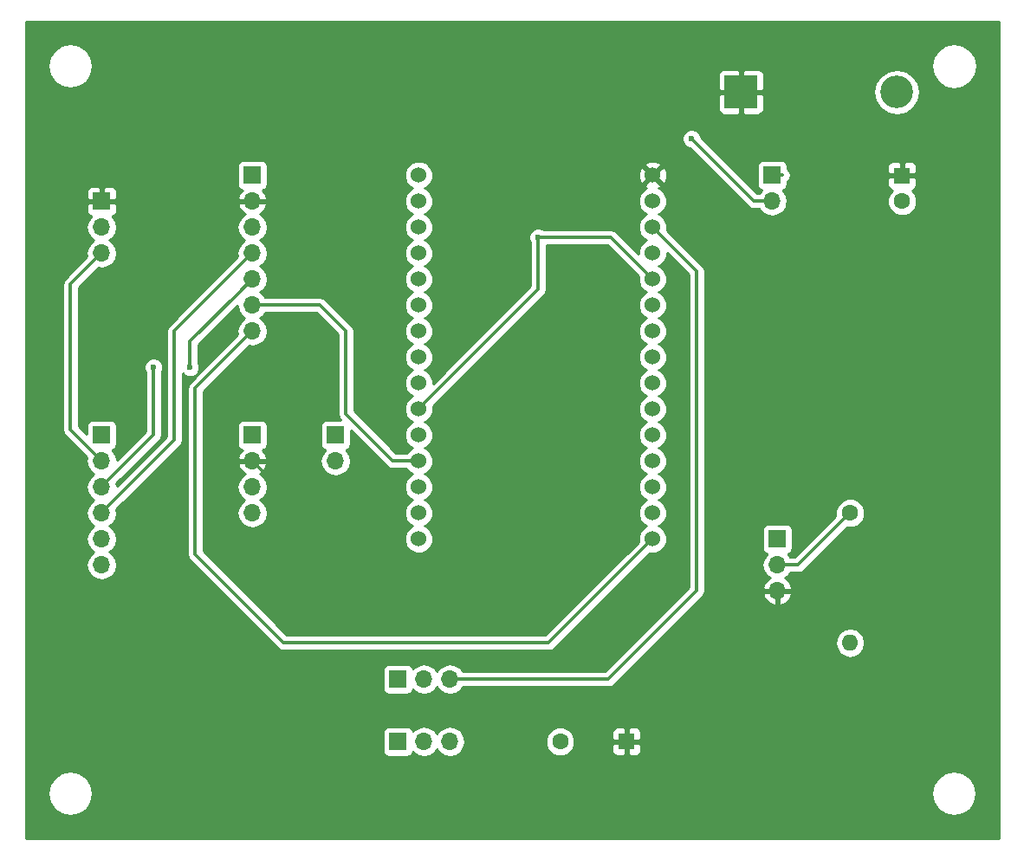
<source format=gbl>
G04 #@! TF.FileFunction,Copper,L2,Bot,Signal*
%FSLAX46Y46*%
G04 Gerber Fmt 4.6, Leading zero omitted, Abs format (unit mm)*
G04 Created by KiCad (PCBNEW 4.0.6) date Tue Jun  6 10:50:41 2017*
%MOMM*%
%LPD*%
G01*
G04 APERTURE LIST*
%ADD10C,0.100000*%
%ADD11R,1.700000X1.700000*%
%ADD12O,1.700000X1.700000*%
%ADD13C,1.524000*%
%ADD14R,1.600000X1.600000*%
%ADD15C,1.600000*%
%ADD16O,1.600000X1.600000*%
%ADD17R,3.200000X3.200000*%
%ADD18O,3.200000X3.200000*%
%ADD19C,0.600000*%
%ADD20C,0.300000*%
%ADD21C,0.254000*%
G04 APERTURE END LIST*
D10*
D11*
X57404000Y-80264000D03*
D12*
X59944000Y-80264000D03*
X62484000Y-80264000D03*
D13*
X82296000Y-66548000D03*
X82296000Y-64008000D03*
X82296000Y-61468000D03*
X82296000Y-58928000D03*
X82296000Y-56388000D03*
X82296000Y-53848000D03*
X82296000Y-51308000D03*
X82296000Y-48768000D03*
X82296000Y-46228000D03*
X82296000Y-43688000D03*
X82296000Y-41148000D03*
X82296000Y-38608000D03*
X82296000Y-36068000D03*
X82296000Y-33528000D03*
X82296000Y-30988000D03*
X59436000Y-30988000D03*
X59436000Y-33528000D03*
X59436000Y-36068000D03*
X59436000Y-38608000D03*
X59436000Y-41148000D03*
X59436000Y-43688000D03*
X59436000Y-46228000D03*
X59436000Y-48768000D03*
X59436000Y-51308000D03*
X59436000Y-53848000D03*
X59436000Y-56388000D03*
X59436000Y-58928000D03*
X59436000Y-61468000D03*
X59436000Y-64008000D03*
X59436000Y-66548000D03*
D14*
X106680000Y-31028000D03*
D15*
X106680000Y-33528000D03*
D11*
X94488000Y-66548000D03*
D12*
X94488000Y-69088000D03*
X94488000Y-71628000D03*
D11*
X43180000Y-30988000D03*
D12*
X43180000Y-33528000D03*
X43180000Y-36068000D03*
X43180000Y-38608000D03*
X43180000Y-41148000D03*
X43180000Y-43688000D03*
X43180000Y-46228000D03*
D11*
X93980000Y-30988000D03*
D12*
X93980000Y-33528000D03*
D11*
X43180000Y-56388000D03*
D12*
X43180000Y-58928000D03*
X43180000Y-61468000D03*
X43180000Y-64008000D03*
D11*
X28448000Y-33528000D03*
D12*
X28448000Y-36068000D03*
X28448000Y-38608000D03*
D11*
X57404000Y-86360000D03*
D12*
X59944000Y-86360000D03*
X62484000Y-86360000D03*
D14*
X79756000Y-86360000D03*
D15*
X73256000Y-86360000D03*
X101600000Y-64008000D03*
D16*
X101600000Y-76708000D03*
D11*
X51308000Y-56388000D03*
D12*
X51308000Y-58928000D03*
D11*
X28448000Y-56388000D03*
D12*
X28448000Y-58928000D03*
X28448000Y-61468000D03*
X28448000Y-64008000D03*
X28448000Y-66548000D03*
X28448000Y-69088000D03*
D17*
X90932000Y-22860000D03*
D18*
X106172000Y-22860000D03*
D19*
X86106000Y-27432000D03*
X71120000Y-37084000D03*
X94488000Y-40640000D03*
X88900000Y-32512000D03*
X51816000Y-74676000D03*
X33528000Y-49784000D03*
X37084000Y-49784000D03*
D20*
X43180000Y-46228000D02*
X37592000Y-51816000D01*
X37592000Y-51816000D02*
X37592000Y-68072000D01*
X37592000Y-68072000D02*
X46228000Y-76708000D01*
X46228000Y-76708000D02*
X72136000Y-76708000D01*
X72136000Y-76708000D02*
X82296000Y-66548000D01*
X86106000Y-27432000D02*
X92202000Y-33528000D01*
X92202000Y-33528000D02*
X93980000Y-33528000D01*
X94488000Y-69088000D02*
X96520000Y-69088000D01*
X96520000Y-69088000D02*
X101600000Y-64008000D01*
X28448000Y-38608000D02*
X25400000Y-41656000D01*
X25400000Y-41656000D02*
X25400000Y-55880000D01*
X25400000Y-55880000D02*
X28448000Y-58928000D01*
X59436000Y-53848000D02*
X71120000Y-42164000D01*
X71120000Y-42164000D02*
X71120000Y-37084000D01*
X71120000Y-37084000D02*
X78232000Y-37084000D01*
X78232000Y-37084000D02*
X82296000Y-41148000D01*
X88900000Y-32512000D02*
X94488000Y-38100000D01*
X94488000Y-38100000D02*
X94488000Y-40640000D01*
X43180000Y-58928000D02*
X51816000Y-67564000D01*
X51816000Y-67564000D02*
X51816000Y-74676000D01*
X35560000Y-46228000D02*
X35560000Y-56896000D01*
X35560000Y-56896000D02*
X28448000Y-64008000D01*
X43180000Y-38608000D02*
X35560000Y-46228000D01*
X33528000Y-49784000D02*
X33528000Y-56388000D01*
X33528000Y-56388000D02*
X28448000Y-61468000D01*
X37084000Y-47244000D02*
X37084000Y-49784000D01*
X41879999Y-42448001D02*
X37084000Y-47244000D01*
X43180000Y-41148000D02*
X41879999Y-42448001D01*
X59436000Y-58928000D02*
X56896000Y-58928000D01*
X56896000Y-58928000D02*
X52324000Y-54356000D01*
X52324000Y-54356000D02*
X52324000Y-46228000D01*
X52324000Y-46228000D02*
X49784000Y-43688000D01*
X49784000Y-43688000D02*
X43180000Y-43688000D01*
X86614000Y-71628000D02*
X77978000Y-80264000D01*
X77978000Y-80264000D02*
X62484000Y-80264000D01*
X82296000Y-36068000D02*
X86614000Y-40386000D01*
X86614000Y-40386000D02*
X86614000Y-71628000D01*
X94996000Y-30988000D02*
X93980000Y-30988000D01*
D21*
G36*
X116130000Y-95810000D02*
X21030000Y-95810000D01*
X21030000Y-91440000D01*
X23190000Y-91440000D01*
X23358226Y-92285730D01*
X23837294Y-93002706D01*
X24554270Y-93481774D01*
X25400000Y-93650000D01*
X26245730Y-93481774D01*
X26962706Y-93002706D01*
X27441774Y-92285730D01*
X27610000Y-91440000D01*
X109550000Y-91440000D01*
X109718226Y-92285730D01*
X110197294Y-93002706D01*
X110914270Y-93481774D01*
X111760000Y-93650000D01*
X112605730Y-93481774D01*
X113322706Y-93002706D01*
X113801774Y-92285730D01*
X113970000Y-91440000D01*
X113801774Y-90594270D01*
X113322706Y-89877294D01*
X112605730Y-89398226D01*
X111760000Y-89230000D01*
X110914270Y-89398226D01*
X110197294Y-89877294D01*
X109718226Y-90594270D01*
X109550000Y-91440000D01*
X27610000Y-91440000D01*
X27441774Y-90594270D01*
X26962706Y-89877294D01*
X26245730Y-89398226D01*
X25400000Y-89230000D01*
X24554270Y-89398226D01*
X23837294Y-89877294D01*
X23358226Y-90594270D01*
X23190000Y-91440000D01*
X21030000Y-91440000D01*
X21030000Y-85510000D01*
X55906560Y-85510000D01*
X55906560Y-87210000D01*
X55950838Y-87445317D01*
X56089910Y-87661441D01*
X56302110Y-87806431D01*
X56554000Y-87857440D01*
X58254000Y-87857440D01*
X58489317Y-87813162D01*
X58705441Y-87674090D01*
X58850431Y-87461890D01*
X58864086Y-87394459D01*
X58893946Y-87439147D01*
X59375715Y-87761054D01*
X59944000Y-87874093D01*
X60512285Y-87761054D01*
X60994054Y-87439147D01*
X61214000Y-87109974D01*
X61433946Y-87439147D01*
X61915715Y-87761054D01*
X62484000Y-87874093D01*
X63052285Y-87761054D01*
X63534054Y-87439147D01*
X63855961Y-86957378D01*
X63918258Y-86644187D01*
X71820752Y-86644187D01*
X72038757Y-87171800D01*
X72442077Y-87575824D01*
X72969309Y-87794750D01*
X73540187Y-87795248D01*
X74067800Y-87577243D01*
X74471824Y-87173923D01*
X74690750Y-86646691D01*
X74690750Y-86645750D01*
X78321000Y-86645750D01*
X78321000Y-87286310D01*
X78417673Y-87519699D01*
X78596302Y-87698327D01*
X78829691Y-87795000D01*
X79470250Y-87795000D01*
X79629000Y-87636250D01*
X79629000Y-86487000D01*
X79883000Y-86487000D01*
X79883000Y-87636250D01*
X80041750Y-87795000D01*
X80682309Y-87795000D01*
X80915698Y-87698327D01*
X81094327Y-87519699D01*
X81191000Y-87286310D01*
X81191000Y-86645750D01*
X81032250Y-86487000D01*
X79883000Y-86487000D01*
X79629000Y-86487000D01*
X78479750Y-86487000D01*
X78321000Y-86645750D01*
X74690750Y-86645750D01*
X74691248Y-86075813D01*
X74473243Y-85548200D01*
X74358933Y-85433690D01*
X78321000Y-85433690D01*
X78321000Y-86074250D01*
X78479750Y-86233000D01*
X79629000Y-86233000D01*
X79629000Y-85083750D01*
X79883000Y-85083750D01*
X79883000Y-86233000D01*
X81032250Y-86233000D01*
X81191000Y-86074250D01*
X81191000Y-85433690D01*
X81094327Y-85200301D01*
X80915698Y-85021673D01*
X80682309Y-84925000D01*
X80041750Y-84925000D01*
X79883000Y-85083750D01*
X79629000Y-85083750D01*
X79470250Y-84925000D01*
X78829691Y-84925000D01*
X78596302Y-85021673D01*
X78417673Y-85200301D01*
X78321000Y-85433690D01*
X74358933Y-85433690D01*
X74069923Y-85144176D01*
X73542691Y-84925250D01*
X72971813Y-84924752D01*
X72444200Y-85142757D01*
X72040176Y-85546077D01*
X71821250Y-86073309D01*
X71820752Y-86644187D01*
X63918258Y-86644187D01*
X63969000Y-86389093D01*
X63969000Y-86330907D01*
X63855961Y-85762622D01*
X63534054Y-85280853D01*
X63052285Y-84958946D01*
X62484000Y-84845907D01*
X61915715Y-84958946D01*
X61433946Y-85280853D01*
X61214000Y-85610026D01*
X60994054Y-85280853D01*
X60512285Y-84958946D01*
X59944000Y-84845907D01*
X59375715Y-84958946D01*
X58893946Y-85280853D01*
X58866150Y-85322452D01*
X58857162Y-85274683D01*
X58718090Y-85058559D01*
X58505890Y-84913569D01*
X58254000Y-84862560D01*
X56554000Y-84862560D01*
X56318683Y-84906838D01*
X56102559Y-85045910D01*
X55957569Y-85258110D01*
X55906560Y-85510000D01*
X21030000Y-85510000D01*
X21030000Y-41656000D01*
X24615000Y-41656000D01*
X24615000Y-55880000D01*
X24674755Y-56180407D01*
X24844921Y-56435079D01*
X27000924Y-58591082D01*
X26933907Y-58928000D01*
X27046946Y-59496285D01*
X27368853Y-59978054D01*
X27698026Y-60198000D01*
X27368853Y-60417946D01*
X27046946Y-60899715D01*
X26933907Y-61468000D01*
X27046946Y-62036285D01*
X27368853Y-62518054D01*
X27698026Y-62738000D01*
X27368853Y-62957946D01*
X27046946Y-63439715D01*
X26933907Y-64008000D01*
X27046946Y-64576285D01*
X27368853Y-65058054D01*
X27698026Y-65278000D01*
X27368853Y-65497946D01*
X27046946Y-65979715D01*
X26933907Y-66548000D01*
X27046946Y-67116285D01*
X27368853Y-67598054D01*
X27698026Y-67818000D01*
X27368853Y-68037946D01*
X27046946Y-68519715D01*
X26933907Y-69088000D01*
X27046946Y-69656285D01*
X27368853Y-70138054D01*
X27850622Y-70459961D01*
X28418907Y-70573000D01*
X28477093Y-70573000D01*
X29045378Y-70459961D01*
X29527147Y-70138054D01*
X29849054Y-69656285D01*
X29962093Y-69088000D01*
X29849054Y-68519715D01*
X29527147Y-68037946D01*
X29197974Y-67818000D01*
X29527147Y-67598054D01*
X29849054Y-67116285D01*
X29962093Y-66548000D01*
X29849054Y-65979715D01*
X29527147Y-65497946D01*
X29197974Y-65278000D01*
X29527147Y-65058054D01*
X29849054Y-64576285D01*
X29962093Y-64008000D01*
X29895076Y-63671082D01*
X36115079Y-57451079D01*
X36285245Y-57196406D01*
X36345000Y-56896000D01*
X36345000Y-50367155D01*
X36553673Y-50576192D01*
X36897201Y-50718838D01*
X37269167Y-50719162D01*
X37612943Y-50577117D01*
X37876192Y-50314327D01*
X38018838Y-49970799D01*
X38019162Y-49598833D01*
X37877117Y-49255057D01*
X37869000Y-49246926D01*
X37869000Y-47569158D01*
X41679885Y-43758273D01*
X41778946Y-44256285D01*
X42100853Y-44738054D01*
X42430026Y-44958000D01*
X42100853Y-45177946D01*
X41778946Y-45659715D01*
X41665907Y-46228000D01*
X41732924Y-46564918D01*
X37036921Y-51260921D01*
X36866755Y-51515593D01*
X36852531Y-51587100D01*
X36807000Y-51816000D01*
X36807000Y-68072000D01*
X36866755Y-68372407D01*
X37036921Y-68627079D01*
X45672921Y-77263079D01*
X45927593Y-77433245D01*
X46228000Y-77493000D01*
X72136000Y-77493000D01*
X72436407Y-77433245D01*
X72691079Y-77263079D01*
X82011601Y-67942557D01*
X82016900Y-67944757D01*
X82572661Y-67945242D01*
X83086303Y-67733010D01*
X83479629Y-67340370D01*
X83692757Y-66827100D01*
X83693242Y-66271339D01*
X83481010Y-65757697D01*
X83088370Y-65364371D01*
X82880488Y-65278051D01*
X83086303Y-65193010D01*
X83479629Y-64800370D01*
X83692757Y-64287100D01*
X83693242Y-63731339D01*
X83481010Y-63217697D01*
X83088370Y-62824371D01*
X82880488Y-62738051D01*
X83086303Y-62653010D01*
X83479629Y-62260370D01*
X83692757Y-61747100D01*
X83693242Y-61191339D01*
X83481010Y-60677697D01*
X83088370Y-60284371D01*
X82880488Y-60198051D01*
X83086303Y-60113010D01*
X83479629Y-59720370D01*
X83692757Y-59207100D01*
X83693242Y-58651339D01*
X83481010Y-58137697D01*
X83088370Y-57744371D01*
X82880488Y-57658051D01*
X83086303Y-57573010D01*
X83479629Y-57180370D01*
X83692757Y-56667100D01*
X83693242Y-56111339D01*
X83481010Y-55597697D01*
X83088370Y-55204371D01*
X82880488Y-55118051D01*
X83086303Y-55033010D01*
X83479629Y-54640370D01*
X83692757Y-54127100D01*
X83693242Y-53571339D01*
X83481010Y-53057697D01*
X83088370Y-52664371D01*
X82880488Y-52578051D01*
X83086303Y-52493010D01*
X83479629Y-52100370D01*
X83692757Y-51587100D01*
X83693242Y-51031339D01*
X83481010Y-50517697D01*
X83088370Y-50124371D01*
X82880488Y-50038051D01*
X83086303Y-49953010D01*
X83479629Y-49560370D01*
X83692757Y-49047100D01*
X83693242Y-48491339D01*
X83481010Y-47977697D01*
X83088370Y-47584371D01*
X82880488Y-47498051D01*
X83086303Y-47413010D01*
X83479629Y-47020370D01*
X83692757Y-46507100D01*
X83693242Y-45951339D01*
X83481010Y-45437697D01*
X83088370Y-45044371D01*
X82880488Y-44958051D01*
X83086303Y-44873010D01*
X83479629Y-44480370D01*
X83692757Y-43967100D01*
X83693242Y-43411339D01*
X83481010Y-42897697D01*
X83088370Y-42504371D01*
X82880488Y-42418051D01*
X83086303Y-42333010D01*
X83479629Y-41940370D01*
X83692757Y-41427100D01*
X83693242Y-40871339D01*
X83481010Y-40357697D01*
X83088370Y-39964371D01*
X82880488Y-39878051D01*
X83086303Y-39793010D01*
X83479629Y-39400370D01*
X83692757Y-38887100D01*
X83693029Y-38575187D01*
X85829000Y-40711158D01*
X85829000Y-71302842D01*
X77652842Y-79479000D01*
X63730596Y-79479000D01*
X63534054Y-79184853D01*
X63052285Y-78862946D01*
X62484000Y-78749907D01*
X61915715Y-78862946D01*
X61433946Y-79184853D01*
X61214000Y-79514026D01*
X60994054Y-79184853D01*
X60512285Y-78862946D01*
X59944000Y-78749907D01*
X59375715Y-78862946D01*
X58893946Y-79184853D01*
X58866150Y-79226452D01*
X58857162Y-79178683D01*
X58718090Y-78962559D01*
X58505890Y-78817569D01*
X58254000Y-78766560D01*
X56554000Y-78766560D01*
X56318683Y-78810838D01*
X56102559Y-78949910D01*
X55957569Y-79162110D01*
X55906560Y-79414000D01*
X55906560Y-81114000D01*
X55950838Y-81349317D01*
X56089910Y-81565441D01*
X56302110Y-81710431D01*
X56554000Y-81761440D01*
X58254000Y-81761440D01*
X58489317Y-81717162D01*
X58705441Y-81578090D01*
X58850431Y-81365890D01*
X58864086Y-81298459D01*
X58893946Y-81343147D01*
X59375715Y-81665054D01*
X59944000Y-81778093D01*
X60512285Y-81665054D01*
X60994054Y-81343147D01*
X61214000Y-81013974D01*
X61433946Y-81343147D01*
X61915715Y-81665054D01*
X62484000Y-81778093D01*
X63052285Y-81665054D01*
X63534054Y-81343147D01*
X63730596Y-81049000D01*
X77978000Y-81049000D01*
X78278407Y-80989245D01*
X78533079Y-80819079D01*
X82672271Y-76679887D01*
X100165000Y-76679887D01*
X100165000Y-76736113D01*
X100274233Y-77285264D01*
X100585302Y-77750811D01*
X101050849Y-78061880D01*
X101600000Y-78171113D01*
X102149151Y-78061880D01*
X102614698Y-77750811D01*
X102925767Y-77285264D01*
X103035000Y-76736113D01*
X103035000Y-76679887D01*
X102925767Y-76130736D01*
X102614698Y-75665189D01*
X102149151Y-75354120D01*
X101600000Y-75244887D01*
X101050849Y-75354120D01*
X100585302Y-75665189D01*
X100274233Y-76130736D01*
X100165000Y-76679887D01*
X82672271Y-76679887D01*
X87169079Y-72183079D01*
X87301504Y-71984890D01*
X93046524Y-71984890D01*
X93216355Y-72394924D01*
X93606642Y-72823183D01*
X94131108Y-73069486D01*
X94361000Y-72948819D01*
X94361000Y-71755000D01*
X94615000Y-71755000D01*
X94615000Y-72948819D01*
X94844892Y-73069486D01*
X95369358Y-72823183D01*
X95759645Y-72394924D01*
X95929476Y-71984890D01*
X95808155Y-71755000D01*
X94615000Y-71755000D01*
X94361000Y-71755000D01*
X93167845Y-71755000D01*
X93046524Y-71984890D01*
X87301504Y-71984890D01*
X87339245Y-71928407D01*
X87399000Y-71628000D01*
X87399000Y-69088000D01*
X92973907Y-69088000D01*
X93086946Y-69656285D01*
X93408853Y-70138054D01*
X93749553Y-70365702D01*
X93606642Y-70432817D01*
X93216355Y-70861076D01*
X93046524Y-71271110D01*
X93167845Y-71501000D01*
X94361000Y-71501000D01*
X94361000Y-71481000D01*
X94615000Y-71481000D01*
X94615000Y-71501000D01*
X95808155Y-71501000D01*
X95929476Y-71271110D01*
X95759645Y-70861076D01*
X95369358Y-70432817D01*
X95226447Y-70365702D01*
X95567147Y-70138054D01*
X95744250Y-69873000D01*
X96520000Y-69873000D01*
X96820407Y-69813245D01*
X97075079Y-69643079D01*
X101286528Y-65431630D01*
X101313309Y-65442750D01*
X101884187Y-65443248D01*
X102411800Y-65225243D01*
X102815824Y-64821923D01*
X103034750Y-64294691D01*
X103035248Y-63723813D01*
X102817243Y-63196200D01*
X102413923Y-62792176D01*
X101886691Y-62573250D01*
X101315813Y-62572752D01*
X100788200Y-62790757D01*
X100384176Y-63194077D01*
X100165250Y-63721309D01*
X100164752Y-64292187D01*
X100176711Y-64321131D01*
X96194842Y-68303000D01*
X95744250Y-68303000D01*
X95567147Y-68037946D01*
X95525548Y-68010150D01*
X95573317Y-68001162D01*
X95789441Y-67862090D01*
X95934431Y-67649890D01*
X95985440Y-67398000D01*
X95985440Y-65698000D01*
X95941162Y-65462683D01*
X95802090Y-65246559D01*
X95589890Y-65101569D01*
X95338000Y-65050560D01*
X93638000Y-65050560D01*
X93402683Y-65094838D01*
X93186559Y-65233910D01*
X93041569Y-65446110D01*
X92990560Y-65698000D01*
X92990560Y-67398000D01*
X93034838Y-67633317D01*
X93173910Y-67849441D01*
X93386110Y-67994431D01*
X93453541Y-68008086D01*
X93408853Y-68037946D01*
X93086946Y-68519715D01*
X92973907Y-69088000D01*
X87399000Y-69088000D01*
X87399000Y-40386000D01*
X87339245Y-40085594D01*
X87339245Y-40085593D01*
X87169079Y-39830921D01*
X83690557Y-36352399D01*
X83692757Y-36347100D01*
X83693242Y-35791339D01*
X83481010Y-35277697D01*
X83088370Y-34884371D01*
X82880488Y-34798051D01*
X83086303Y-34713010D01*
X83479629Y-34320370D01*
X83692757Y-33807100D01*
X83693242Y-33251339D01*
X83481010Y-32737697D01*
X83088370Y-32344371D01*
X82896273Y-32264605D01*
X83027143Y-32210397D01*
X83096608Y-31968213D01*
X82296000Y-31167605D01*
X81495392Y-31968213D01*
X81564857Y-32210397D01*
X81705318Y-32260509D01*
X81505697Y-32342990D01*
X81112371Y-32735630D01*
X80899243Y-33248900D01*
X80898758Y-33804661D01*
X81110990Y-34318303D01*
X81503630Y-34711629D01*
X81711512Y-34797949D01*
X81505697Y-34882990D01*
X81112371Y-35275630D01*
X80899243Y-35788900D01*
X80898758Y-36344661D01*
X81110990Y-36858303D01*
X81503630Y-37251629D01*
X81711512Y-37337949D01*
X81505697Y-37422990D01*
X81112371Y-37815630D01*
X80899243Y-38328900D01*
X80898971Y-38640813D01*
X78787079Y-36528921D01*
X78532407Y-36358755D01*
X78232000Y-36299000D01*
X71657506Y-36299000D01*
X71650327Y-36291808D01*
X71306799Y-36149162D01*
X70934833Y-36148838D01*
X70591057Y-36290883D01*
X70327808Y-36553673D01*
X70185162Y-36897201D01*
X70184838Y-37269167D01*
X70326883Y-37612943D01*
X70335000Y-37621074D01*
X70335000Y-41838842D01*
X60832972Y-51340870D01*
X60833242Y-51031339D01*
X60621010Y-50517697D01*
X60228370Y-50124371D01*
X60020488Y-50038051D01*
X60226303Y-49953010D01*
X60619629Y-49560370D01*
X60832757Y-49047100D01*
X60833242Y-48491339D01*
X60621010Y-47977697D01*
X60228370Y-47584371D01*
X60020488Y-47498051D01*
X60226303Y-47413010D01*
X60619629Y-47020370D01*
X60832757Y-46507100D01*
X60833242Y-45951339D01*
X60621010Y-45437697D01*
X60228370Y-45044371D01*
X60020488Y-44958051D01*
X60226303Y-44873010D01*
X60619629Y-44480370D01*
X60832757Y-43967100D01*
X60833242Y-43411339D01*
X60621010Y-42897697D01*
X60228370Y-42504371D01*
X60020488Y-42418051D01*
X60226303Y-42333010D01*
X60619629Y-41940370D01*
X60832757Y-41427100D01*
X60833242Y-40871339D01*
X60621010Y-40357697D01*
X60228370Y-39964371D01*
X60020488Y-39878051D01*
X60226303Y-39793010D01*
X60619629Y-39400370D01*
X60832757Y-38887100D01*
X60833242Y-38331339D01*
X60621010Y-37817697D01*
X60228370Y-37424371D01*
X60020488Y-37338051D01*
X60226303Y-37253010D01*
X60619629Y-36860370D01*
X60832757Y-36347100D01*
X60833242Y-35791339D01*
X60621010Y-35277697D01*
X60228370Y-34884371D01*
X60020488Y-34798051D01*
X60226303Y-34713010D01*
X60619629Y-34320370D01*
X60832757Y-33807100D01*
X60833242Y-33251339D01*
X60621010Y-32737697D01*
X60228370Y-32344371D01*
X60020488Y-32258051D01*
X60226303Y-32173010D01*
X60619629Y-31780370D01*
X60832757Y-31267100D01*
X60833181Y-30780302D01*
X80886856Y-30780302D01*
X80914638Y-31335368D01*
X81073603Y-31719143D01*
X81315787Y-31788608D01*
X82116395Y-30988000D01*
X82475605Y-30988000D01*
X83276213Y-31788608D01*
X83518397Y-31719143D01*
X83705144Y-31195698D01*
X83677362Y-30640632D01*
X83518397Y-30256857D01*
X83276213Y-30187392D01*
X82475605Y-30988000D01*
X82116395Y-30988000D01*
X81315787Y-30187392D01*
X81073603Y-30256857D01*
X80886856Y-30780302D01*
X60833181Y-30780302D01*
X60833242Y-30711339D01*
X60621010Y-30197697D01*
X60431432Y-30007787D01*
X81495392Y-30007787D01*
X82296000Y-30808395D01*
X83096608Y-30007787D01*
X83027143Y-29765603D01*
X82503698Y-29578856D01*
X81948632Y-29606638D01*
X81564857Y-29765603D01*
X81495392Y-30007787D01*
X60431432Y-30007787D01*
X60228370Y-29804371D01*
X59715100Y-29591243D01*
X59159339Y-29590758D01*
X58645697Y-29802990D01*
X58252371Y-30195630D01*
X58039243Y-30708900D01*
X58038758Y-31264661D01*
X58250990Y-31778303D01*
X58643630Y-32171629D01*
X58851512Y-32257949D01*
X58645697Y-32342990D01*
X58252371Y-32735630D01*
X58039243Y-33248900D01*
X58038758Y-33804661D01*
X58250990Y-34318303D01*
X58643630Y-34711629D01*
X58851512Y-34797949D01*
X58645697Y-34882990D01*
X58252371Y-35275630D01*
X58039243Y-35788900D01*
X58038758Y-36344661D01*
X58250990Y-36858303D01*
X58643630Y-37251629D01*
X58851512Y-37337949D01*
X58645697Y-37422990D01*
X58252371Y-37815630D01*
X58039243Y-38328900D01*
X58038758Y-38884661D01*
X58250990Y-39398303D01*
X58643630Y-39791629D01*
X58851512Y-39877949D01*
X58645697Y-39962990D01*
X58252371Y-40355630D01*
X58039243Y-40868900D01*
X58038758Y-41424661D01*
X58250990Y-41938303D01*
X58643630Y-42331629D01*
X58851512Y-42417949D01*
X58645697Y-42502990D01*
X58252371Y-42895630D01*
X58039243Y-43408900D01*
X58038758Y-43964661D01*
X58250990Y-44478303D01*
X58643630Y-44871629D01*
X58851512Y-44957949D01*
X58645697Y-45042990D01*
X58252371Y-45435630D01*
X58039243Y-45948900D01*
X58038758Y-46504661D01*
X58250990Y-47018303D01*
X58643630Y-47411629D01*
X58851512Y-47497949D01*
X58645697Y-47582990D01*
X58252371Y-47975630D01*
X58039243Y-48488900D01*
X58038758Y-49044661D01*
X58250990Y-49558303D01*
X58643630Y-49951629D01*
X58851512Y-50037949D01*
X58645697Y-50122990D01*
X58252371Y-50515630D01*
X58039243Y-51028900D01*
X58038758Y-51584661D01*
X58250990Y-52098303D01*
X58643630Y-52491629D01*
X58851512Y-52577949D01*
X58645697Y-52662990D01*
X58252371Y-53055630D01*
X58039243Y-53568900D01*
X58038758Y-54124661D01*
X58250990Y-54638303D01*
X58643630Y-55031629D01*
X58851512Y-55117949D01*
X58645697Y-55202990D01*
X58252371Y-55595630D01*
X58039243Y-56108900D01*
X58038758Y-56664661D01*
X58250990Y-57178303D01*
X58643630Y-57571629D01*
X58851512Y-57657949D01*
X58645697Y-57742990D01*
X58252371Y-58135630D01*
X58249311Y-58143000D01*
X57221158Y-58143000D01*
X53109000Y-54030842D01*
X53109000Y-46228000D01*
X53049245Y-45927594D01*
X52879079Y-45672921D01*
X50339079Y-43132921D01*
X50084407Y-42962755D01*
X49784000Y-42903000D01*
X44436250Y-42903000D01*
X44259147Y-42637946D01*
X43929974Y-42418000D01*
X44259147Y-42198054D01*
X44581054Y-41716285D01*
X44694093Y-41148000D01*
X44581054Y-40579715D01*
X44259147Y-40097946D01*
X43929974Y-39878000D01*
X44259147Y-39658054D01*
X44581054Y-39176285D01*
X44694093Y-38608000D01*
X44581054Y-38039715D01*
X44259147Y-37557946D01*
X43929974Y-37338000D01*
X44259147Y-37118054D01*
X44581054Y-36636285D01*
X44694093Y-36068000D01*
X44581054Y-35499715D01*
X44259147Y-35017946D01*
X43918447Y-34790298D01*
X44061358Y-34723183D01*
X44451645Y-34294924D01*
X44621476Y-33884890D01*
X44500155Y-33655000D01*
X43307000Y-33655000D01*
X43307000Y-33675000D01*
X43053000Y-33675000D01*
X43053000Y-33655000D01*
X41859845Y-33655000D01*
X41738524Y-33884890D01*
X41908355Y-34294924D01*
X42298642Y-34723183D01*
X42441553Y-34790298D01*
X42100853Y-35017946D01*
X41778946Y-35499715D01*
X41665907Y-36068000D01*
X41778946Y-36636285D01*
X42100853Y-37118054D01*
X42430026Y-37338000D01*
X42100853Y-37557946D01*
X41778946Y-38039715D01*
X41665907Y-38608000D01*
X41732924Y-38944918D01*
X35004921Y-45672921D01*
X34834755Y-45927593D01*
X34834755Y-45927594D01*
X34775000Y-46228000D01*
X34775000Y-56570842D01*
X29948115Y-61397727D01*
X29895076Y-61131082D01*
X34083079Y-56943079D01*
X34253245Y-56688406D01*
X34313000Y-56388000D01*
X34313000Y-50321506D01*
X34320192Y-50314327D01*
X34462838Y-49970799D01*
X34463162Y-49598833D01*
X34321117Y-49255057D01*
X34058327Y-48991808D01*
X33714799Y-48849162D01*
X33342833Y-48848838D01*
X32999057Y-48990883D01*
X32735808Y-49253673D01*
X32593162Y-49597201D01*
X32592838Y-49969167D01*
X32734883Y-50312943D01*
X32743000Y-50321074D01*
X32743000Y-56062842D01*
X29948115Y-58857727D01*
X29849054Y-58359715D01*
X29527147Y-57877946D01*
X29485548Y-57850150D01*
X29533317Y-57841162D01*
X29749441Y-57702090D01*
X29894431Y-57489890D01*
X29945440Y-57238000D01*
X29945440Y-55538000D01*
X29901162Y-55302683D01*
X29762090Y-55086559D01*
X29549890Y-54941569D01*
X29298000Y-54890560D01*
X27598000Y-54890560D01*
X27362683Y-54934838D01*
X27146559Y-55073910D01*
X27001569Y-55286110D01*
X26950560Y-55538000D01*
X26950560Y-56320402D01*
X26185000Y-55554842D01*
X26185000Y-41981158D01*
X28130521Y-40035637D01*
X28418907Y-40093000D01*
X28477093Y-40093000D01*
X29045378Y-39979961D01*
X29527147Y-39658054D01*
X29849054Y-39176285D01*
X29962093Y-38608000D01*
X29849054Y-38039715D01*
X29527147Y-37557946D01*
X29197974Y-37338000D01*
X29527147Y-37118054D01*
X29849054Y-36636285D01*
X29962093Y-36068000D01*
X29849054Y-35499715D01*
X29527147Y-35017946D01*
X29483223Y-34988597D01*
X29657698Y-34916327D01*
X29836327Y-34737699D01*
X29933000Y-34504310D01*
X29933000Y-33813750D01*
X29774250Y-33655000D01*
X28575000Y-33655000D01*
X28575000Y-33675000D01*
X28321000Y-33675000D01*
X28321000Y-33655000D01*
X27121750Y-33655000D01*
X26963000Y-33813750D01*
X26963000Y-34504310D01*
X27059673Y-34737699D01*
X27238302Y-34916327D01*
X27412777Y-34988597D01*
X27368853Y-35017946D01*
X27046946Y-35499715D01*
X26933907Y-36068000D01*
X27046946Y-36636285D01*
X27368853Y-37118054D01*
X27698026Y-37338000D01*
X27368853Y-37557946D01*
X27046946Y-38039715D01*
X26933907Y-38608000D01*
X27000924Y-38944918D01*
X24844921Y-41100921D01*
X24674755Y-41355593D01*
X24660531Y-41427100D01*
X24615000Y-41656000D01*
X21030000Y-41656000D01*
X21030000Y-32551690D01*
X26963000Y-32551690D01*
X26963000Y-33242250D01*
X27121750Y-33401000D01*
X28321000Y-33401000D01*
X28321000Y-32201750D01*
X28575000Y-32201750D01*
X28575000Y-33401000D01*
X29774250Y-33401000D01*
X29933000Y-33242250D01*
X29933000Y-32551690D01*
X29836327Y-32318301D01*
X29657698Y-32139673D01*
X29424309Y-32043000D01*
X28733750Y-32043000D01*
X28575000Y-32201750D01*
X28321000Y-32201750D01*
X28162250Y-32043000D01*
X27471691Y-32043000D01*
X27238302Y-32139673D01*
X27059673Y-32318301D01*
X26963000Y-32551690D01*
X21030000Y-32551690D01*
X21030000Y-30138000D01*
X41682560Y-30138000D01*
X41682560Y-31838000D01*
X41726838Y-32073317D01*
X41865910Y-32289441D01*
X42078110Y-32434431D01*
X42186107Y-32456301D01*
X41908355Y-32761076D01*
X41738524Y-33171110D01*
X41859845Y-33401000D01*
X43053000Y-33401000D01*
X43053000Y-33381000D01*
X43307000Y-33381000D01*
X43307000Y-33401000D01*
X44500155Y-33401000D01*
X44621476Y-33171110D01*
X44451645Y-32761076D01*
X44175499Y-32458063D01*
X44265317Y-32441162D01*
X44481441Y-32302090D01*
X44626431Y-32089890D01*
X44677440Y-31838000D01*
X44677440Y-30138000D01*
X44633162Y-29902683D01*
X44494090Y-29686559D01*
X44281890Y-29541569D01*
X44030000Y-29490560D01*
X42330000Y-29490560D01*
X42094683Y-29534838D01*
X41878559Y-29673910D01*
X41733569Y-29886110D01*
X41682560Y-30138000D01*
X21030000Y-30138000D01*
X21030000Y-27617167D01*
X85170838Y-27617167D01*
X85312883Y-27960943D01*
X85575673Y-28224192D01*
X85919201Y-28366838D01*
X85930690Y-28366848D01*
X91646921Y-34083079D01*
X91901594Y-34253245D01*
X92202000Y-34313000D01*
X92723750Y-34313000D01*
X92900853Y-34578054D01*
X93382622Y-34899961D01*
X93950907Y-35013000D01*
X94009093Y-35013000D01*
X94577378Y-34899961D01*
X95059147Y-34578054D01*
X95381054Y-34096285D01*
X95437564Y-33812187D01*
X105244752Y-33812187D01*
X105462757Y-34339800D01*
X105866077Y-34743824D01*
X106393309Y-34962750D01*
X106964187Y-34963248D01*
X107491800Y-34745243D01*
X107895824Y-34341923D01*
X108114750Y-33814691D01*
X108115248Y-33243813D01*
X107897243Y-32716200D01*
X107633317Y-32451813D01*
X107839699Y-32366327D01*
X108018327Y-32187698D01*
X108115000Y-31954309D01*
X108115000Y-31313750D01*
X107956250Y-31155000D01*
X106807000Y-31155000D01*
X106807000Y-31175000D01*
X106553000Y-31175000D01*
X106553000Y-31155000D01*
X105403750Y-31155000D01*
X105245000Y-31313750D01*
X105245000Y-31954309D01*
X105341673Y-32187698D01*
X105520301Y-32366327D01*
X105726835Y-32451876D01*
X105464176Y-32714077D01*
X105245250Y-33241309D01*
X105244752Y-33812187D01*
X95437564Y-33812187D01*
X95494093Y-33528000D01*
X95381054Y-32959715D01*
X95059147Y-32477946D01*
X95017548Y-32450150D01*
X95065317Y-32441162D01*
X95281441Y-32302090D01*
X95426431Y-32089890D01*
X95477440Y-31838000D01*
X95477440Y-31592283D01*
X95551079Y-31543079D01*
X95721245Y-31288406D01*
X95781000Y-30988000D01*
X95721245Y-30687594D01*
X95551079Y-30432921D01*
X95477440Y-30383717D01*
X95477440Y-30138000D01*
X95470608Y-30101691D01*
X105245000Y-30101691D01*
X105245000Y-30742250D01*
X105403750Y-30901000D01*
X106553000Y-30901000D01*
X106553000Y-29751750D01*
X106807000Y-29751750D01*
X106807000Y-30901000D01*
X107956250Y-30901000D01*
X108115000Y-30742250D01*
X108115000Y-30101691D01*
X108018327Y-29868302D01*
X107839699Y-29689673D01*
X107606310Y-29593000D01*
X106965750Y-29593000D01*
X106807000Y-29751750D01*
X106553000Y-29751750D01*
X106394250Y-29593000D01*
X105753690Y-29593000D01*
X105520301Y-29689673D01*
X105341673Y-29868302D01*
X105245000Y-30101691D01*
X95470608Y-30101691D01*
X95433162Y-29902683D01*
X95294090Y-29686559D01*
X95081890Y-29541569D01*
X94830000Y-29490560D01*
X93130000Y-29490560D01*
X92894683Y-29534838D01*
X92678559Y-29673910D01*
X92533569Y-29886110D01*
X92482560Y-30138000D01*
X92482560Y-31838000D01*
X92526838Y-32073317D01*
X92665910Y-32289441D01*
X92878110Y-32434431D01*
X92945541Y-32448086D01*
X92900853Y-32477946D01*
X92723750Y-32743000D01*
X92527158Y-32743000D01*
X87041153Y-27256995D01*
X87041162Y-27246833D01*
X86899117Y-26903057D01*
X86636327Y-26639808D01*
X86292799Y-26497162D01*
X85920833Y-26496838D01*
X85577057Y-26638883D01*
X85313808Y-26901673D01*
X85171162Y-27245201D01*
X85170838Y-27617167D01*
X21030000Y-27617167D01*
X21030000Y-23145750D01*
X88697000Y-23145750D01*
X88697000Y-24586310D01*
X88793673Y-24819699D01*
X88972302Y-24998327D01*
X89205691Y-25095000D01*
X90646250Y-25095000D01*
X90805000Y-24936250D01*
X90805000Y-22987000D01*
X91059000Y-22987000D01*
X91059000Y-24936250D01*
X91217750Y-25095000D01*
X92658309Y-25095000D01*
X92891698Y-24998327D01*
X93070327Y-24819699D01*
X93167000Y-24586310D01*
X93167000Y-23145750D01*
X93008250Y-22987000D01*
X91059000Y-22987000D01*
X90805000Y-22987000D01*
X88855750Y-22987000D01*
X88697000Y-23145750D01*
X21030000Y-23145750D01*
X21030000Y-22860000D01*
X103893214Y-22860000D01*
X104063343Y-23715297D01*
X104547830Y-24440384D01*
X105272917Y-24924871D01*
X106128214Y-25095000D01*
X106215786Y-25095000D01*
X107071083Y-24924871D01*
X107796170Y-24440384D01*
X108280657Y-23715297D01*
X108450786Y-22860000D01*
X108280657Y-22004703D01*
X107796170Y-21279616D01*
X107071083Y-20795129D01*
X106215786Y-20625000D01*
X106128214Y-20625000D01*
X105272917Y-20795129D01*
X104547830Y-21279616D01*
X104063343Y-22004703D01*
X103893214Y-22860000D01*
X21030000Y-22860000D01*
X21030000Y-20320000D01*
X23190000Y-20320000D01*
X23358226Y-21165730D01*
X23837294Y-21882706D01*
X24554270Y-22361774D01*
X25400000Y-22530000D01*
X26245730Y-22361774D01*
X26962706Y-21882706D01*
X27441774Y-21165730D01*
X27448147Y-21133690D01*
X88697000Y-21133690D01*
X88697000Y-22574250D01*
X88855750Y-22733000D01*
X90805000Y-22733000D01*
X90805000Y-20783750D01*
X91059000Y-20783750D01*
X91059000Y-22733000D01*
X93008250Y-22733000D01*
X93167000Y-22574250D01*
X93167000Y-21133690D01*
X93070327Y-20900301D01*
X92891698Y-20721673D01*
X92658309Y-20625000D01*
X91217750Y-20625000D01*
X91059000Y-20783750D01*
X90805000Y-20783750D01*
X90646250Y-20625000D01*
X89205691Y-20625000D01*
X88972302Y-20721673D01*
X88793673Y-20900301D01*
X88697000Y-21133690D01*
X27448147Y-21133690D01*
X27610000Y-20320000D01*
X109520000Y-20320000D01*
X109690510Y-21177211D01*
X110176081Y-21903919D01*
X110902789Y-22389490D01*
X111760000Y-22560000D01*
X112617211Y-22389490D01*
X113343919Y-21903919D01*
X113829490Y-21177211D01*
X114000000Y-20320000D01*
X113829490Y-19462789D01*
X113343919Y-18736081D01*
X112617211Y-18250510D01*
X111760000Y-18080000D01*
X110902789Y-18250510D01*
X110176081Y-18736081D01*
X109690510Y-19462789D01*
X109520000Y-20320000D01*
X27610000Y-20320000D01*
X27441774Y-19474270D01*
X26962706Y-18757294D01*
X26245730Y-18278226D01*
X25400000Y-18110000D01*
X24554270Y-18278226D01*
X23837294Y-18757294D01*
X23358226Y-19474270D01*
X23190000Y-20320000D01*
X21030000Y-20320000D01*
X21030000Y-15950000D01*
X116130000Y-15950000D01*
X116130000Y-95810000D01*
X116130000Y-95810000D01*
G37*
X116130000Y-95810000D02*
X21030000Y-95810000D01*
X21030000Y-91440000D01*
X23190000Y-91440000D01*
X23358226Y-92285730D01*
X23837294Y-93002706D01*
X24554270Y-93481774D01*
X25400000Y-93650000D01*
X26245730Y-93481774D01*
X26962706Y-93002706D01*
X27441774Y-92285730D01*
X27610000Y-91440000D01*
X109550000Y-91440000D01*
X109718226Y-92285730D01*
X110197294Y-93002706D01*
X110914270Y-93481774D01*
X111760000Y-93650000D01*
X112605730Y-93481774D01*
X113322706Y-93002706D01*
X113801774Y-92285730D01*
X113970000Y-91440000D01*
X113801774Y-90594270D01*
X113322706Y-89877294D01*
X112605730Y-89398226D01*
X111760000Y-89230000D01*
X110914270Y-89398226D01*
X110197294Y-89877294D01*
X109718226Y-90594270D01*
X109550000Y-91440000D01*
X27610000Y-91440000D01*
X27441774Y-90594270D01*
X26962706Y-89877294D01*
X26245730Y-89398226D01*
X25400000Y-89230000D01*
X24554270Y-89398226D01*
X23837294Y-89877294D01*
X23358226Y-90594270D01*
X23190000Y-91440000D01*
X21030000Y-91440000D01*
X21030000Y-85510000D01*
X55906560Y-85510000D01*
X55906560Y-87210000D01*
X55950838Y-87445317D01*
X56089910Y-87661441D01*
X56302110Y-87806431D01*
X56554000Y-87857440D01*
X58254000Y-87857440D01*
X58489317Y-87813162D01*
X58705441Y-87674090D01*
X58850431Y-87461890D01*
X58864086Y-87394459D01*
X58893946Y-87439147D01*
X59375715Y-87761054D01*
X59944000Y-87874093D01*
X60512285Y-87761054D01*
X60994054Y-87439147D01*
X61214000Y-87109974D01*
X61433946Y-87439147D01*
X61915715Y-87761054D01*
X62484000Y-87874093D01*
X63052285Y-87761054D01*
X63534054Y-87439147D01*
X63855961Y-86957378D01*
X63918258Y-86644187D01*
X71820752Y-86644187D01*
X72038757Y-87171800D01*
X72442077Y-87575824D01*
X72969309Y-87794750D01*
X73540187Y-87795248D01*
X74067800Y-87577243D01*
X74471824Y-87173923D01*
X74690750Y-86646691D01*
X74690750Y-86645750D01*
X78321000Y-86645750D01*
X78321000Y-87286310D01*
X78417673Y-87519699D01*
X78596302Y-87698327D01*
X78829691Y-87795000D01*
X79470250Y-87795000D01*
X79629000Y-87636250D01*
X79629000Y-86487000D01*
X79883000Y-86487000D01*
X79883000Y-87636250D01*
X80041750Y-87795000D01*
X80682309Y-87795000D01*
X80915698Y-87698327D01*
X81094327Y-87519699D01*
X81191000Y-87286310D01*
X81191000Y-86645750D01*
X81032250Y-86487000D01*
X79883000Y-86487000D01*
X79629000Y-86487000D01*
X78479750Y-86487000D01*
X78321000Y-86645750D01*
X74690750Y-86645750D01*
X74691248Y-86075813D01*
X74473243Y-85548200D01*
X74358933Y-85433690D01*
X78321000Y-85433690D01*
X78321000Y-86074250D01*
X78479750Y-86233000D01*
X79629000Y-86233000D01*
X79629000Y-85083750D01*
X79883000Y-85083750D01*
X79883000Y-86233000D01*
X81032250Y-86233000D01*
X81191000Y-86074250D01*
X81191000Y-85433690D01*
X81094327Y-85200301D01*
X80915698Y-85021673D01*
X80682309Y-84925000D01*
X80041750Y-84925000D01*
X79883000Y-85083750D01*
X79629000Y-85083750D01*
X79470250Y-84925000D01*
X78829691Y-84925000D01*
X78596302Y-85021673D01*
X78417673Y-85200301D01*
X78321000Y-85433690D01*
X74358933Y-85433690D01*
X74069923Y-85144176D01*
X73542691Y-84925250D01*
X72971813Y-84924752D01*
X72444200Y-85142757D01*
X72040176Y-85546077D01*
X71821250Y-86073309D01*
X71820752Y-86644187D01*
X63918258Y-86644187D01*
X63969000Y-86389093D01*
X63969000Y-86330907D01*
X63855961Y-85762622D01*
X63534054Y-85280853D01*
X63052285Y-84958946D01*
X62484000Y-84845907D01*
X61915715Y-84958946D01*
X61433946Y-85280853D01*
X61214000Y-85610026D01*
X60994054Y-85280853D01*
X60512285Y-84958946D01*
X59944000Y-84845907D01*
X59375715Y-84958946D01*
X58893946Y-85280853D01*
X58866150Y-85322452D01*
X58857162Y-85274683D01*
X58718090Y-85058559D01*
X58505890Y-84913569D01*
X58254000Y-84862560D01*
X56554000Y-84862560D01*
X56318683Y-84906838D01*
X56102559Y-85045910D01*
X55957569Y-85258110D01*
X55906560Y-85510000D01*
X21030000Y-85510000D01*
X21030000Y-41656000D01*
X24615000Y-41656000D01*
X24615000Y-55880000D01*
X24674755Y-56180407D01*
X24844921Y-56435079D01*
X27000924Y-58591082D01*
X26933907Y-58928000D01*
X27046946Y-59496285D01*
X27368853Y-59978054D01*
X27698026Y-60198000D01*
X27368853Y-60417946D01*
X27046946Y-60899715D01*
X26933907Y-61468000D01*
X27046946Y-62036285D01*
X27368853Y-62518054D01*
X27698026Y-62738000D01*
X27368853Y-62957946D01*
X27046946Y-63439715D01*
X26933907Y-64008000D01*
X27046946Y-64576285D01*
X27368853Y-65058054D01*
X27698026Y-65278000D01*
X27368853Y-65497946D01*
X27046946Y-65979715D01*
X26933907Y-66548000D01*
X27046946Y-67116285D01*
X27368853Y-67598054D01*
X27698026Y-67818000D01*
X27368853Y-68037946D01*
X27046946Y-68519715D01*
X26933907Y-69088000D01*
X27046946Y-69656285D01*
X27368853Y-70138054D01*
X27850622Y-70459961D01*
X28418907Y-70573000D01*
X28477093Y-70573000D01*
X29045378Y-70459961D01*
X29527147Y-70138054D01*
X29849054Y-69656285D01*
X29962093Y-69088000D01*
X29849054Y-68519715D01*
X29527147Y-68037946D01*
X29197974Y-67818000D01*
X29527147Y-67598054D01*
X29849054Y-67116285D01*
X29962093Y-66548000D01*
X29849054Y-65979715D01*
X29527147Y-65497946D01*
X29197974Y-65278000D01*
X29527147Y-65058054D01*
X29849054Y-64576285D01*
X29962093Y-64008000D01*
X29895076Y-63671082D01*
X36115079Y-57451079D01*
X36285245Y-57196406D01*
X36345000Y-56896000D01*
X36345000Y-50367155D01*
X36553673Y-50576192D01*
X36897201Y-50718838D01*
X37269167Y-50719162D01*
X37612943Y-50577117D01*
X37876192Y-50314327D01*
X38018838Y-49970799D01*
X38019162Y-49598833D01*
X37877117Y-49255057D01*
X37869000Y-49246926D01*
X37869000Y-47569158D01*
X41679885Y-43758273D01*
X41778946Y-44256285D01*
X42100853Y-44738054D01*
X42430026Y-44958000D01*
X42100853Y-45177946D01*
X41778946Y-45659715D01*
X41665907Y-46228000D01*
X41732924Y-46564918D01*
X37036921Y-51260921D01*
X36866755Y-51515593D01*
X36852531Y-51587100D01*
X36807000Y-51816000D01*
X36807000Y-68072000D01*
X36866755Y-68372407D01*
X37036921Y-68627079D01*
X45672921Y-77263079D01*
X45927593Y-77433245D01*
X46228000Y-77493000D01*
X72136000Y-77493000D01*
X72436407Y-77433245D01*
X72691079Y-77263079D01*
X82011601Y-67942557D01*
X82016900Y-67944757D01*
X82572661Y-67945242D01*
X83086303Y-67733010D01*
X83479629Y-67340370D01*
X83692757Y-66827100D01*
X83693242Y-66271339D01*
X83481010Y-65757697D01*
X83088370Y-65364371D01*
X82880488Y-65278051D01*
X83086303Y-65193010D01*
X83479629Y-64800370D01*
X83692757Y-64287100D01*
X83693242Y-63731339D01*
X83481010Y-63217697D01*
X83088370Y-62824371D01*
X82880488Y-62738051D01*
X83086303Y-62653010D01*
X83479629Y-62260370D01*
X83692757Y-61747100D01*
X83693242Y-61191339D01*
X83481010Y-60677697D01*
X83088370Y-60284371D01*
X82880488Y-60198051D01*
X83086303Y-60113010D01*
X83479629Y-59720370D01*
X83692757Y-59207100D01*
X83693242Y-58651339D01*
X83481010Y-58137697D01*
X83088370Y-57744371D01*
X82880488Y-57658051D01*
X83086303Y-57573010D01*
X83479629Y-57180370D01*
X83692757Y-56667100D01*
X83693242Y-56111339D01*
X83481010Y-55597697D01*
X83088370Y-55204371D01*
X82880488Y-55118051D01*
X83086303Y-55033010D01*
X83479629Y-54640370D01*
X83692757Y-54127100D01*
X83693242Y-53571339D01*
X83481010Y-53057697D01*
X83088370Y-52664371D01*
X82880488Y-52578051D01*
X83086303Y-52493010D01*
X83479629Y-52100370D01*
X83692757Y-51587100D01*
X83693242Y-51031339D01*
X83481010Y-50517697D01*
X83088370Y-50124371D01*
X82880488Y-50038051D01*
X83086303Y-49953010D01*
X83479629Y-49560370D01*
X83692757Y-49047100D01*
X83693242Y-48491339D01*
X83481010Y-47977697D01*
X83088370Y-47584371D01*
X82880488Y-47498051D01*
X83086303Y-47413010D01*
X83479629Y-47020370D01*
X83692757Y-46507100D01*
X83693242Y-45951339D01*
X83481010Y-45437697D01*
X83088370Y-45044371D01*
X82880488Y-44958051D01*
X83086303Y-44873010D01*
X83479629Y-44480370D01*
X83692757Y-43967100D01*
X83693242Y-43411339D01*
X83481010Y-42897697D01*
X83088370Y-42504371D01*
X82880488Y-42418051D01*
X83086303Y-42333010D01*
X83479629Y-41940370D01*
X83692757Y-41427100D01*
X83693242Y-40871339D01*
X83481010Y-40357697D01*
X83088370Y-39964371D01*
X82880488Y-39878051D01*
X83086303Y-39793010D01*
X83479629Y-39400370D01*
X83692757Y-38887100D01*
X83693029Y-38575187D01*
X85829000Y-40711158D01*
X85829000Y-71302842D01*
X77652842Y-79479000D01*
X63730596Y-79479000D01*
X63534054Y-79184853D01*
X63052285Y-78862946D01*
X62484000Y-78749907D01*
X61915715Y-78862946D01*
X61433946Y-79184853D01*
X61214000Y-79514026D01*
X60994054Y-79184853D01*
X60512285Y-78862946D01*
X59944000Y-78749907D01*
X59375715Y-78862946D01*
X58893946Y-79184853D01*
X58866150Y-79226452D01*
X58857162Y-79178683D01*
X58718090Y-78962559D01*
X58505890Y-78817569D01*
X58254000Y-78766560D01*
X56554000Y-78766560D01*
X56318683Y-78810838D01*
X56102559Y-78949910D01*
X55957569Y-79162110D01*
X55906560Y-79414000D01*
X55906560Y-81114000D01*
X55950838Y-81349317D01*
X56089910Y-81565441D01*
X56302110Y-81710431D01*
X56554000Y-81761440D01*
X58254000Y-81761440D01*
X58489317Y-81717162D01*
X58705441Y-81578090D01*
X58850431Y-81365890D01*
X58864086Y-81298459D01*
X58893946Y-81343147D01*
X59375715Y-81665054D01*
X59944000Y-81778093D01*
X60512285Y-81665054D01*
X60994054Y-81343147D01*
X61214000Y-81013974D01*
X61433946Y-81343147D01*
X61915715Y-81665054D01*
X62484000Y-81778093D01*
X63052285Y-81665054D01*
X63534054Y-81343147D01*
X63730596Y-81049000D01*
X77978000Y-81049000D01*
X78278407Y-80989245D01*
X78533079Y-80819079D01*
X82672271Y-76679887D01*
X100165000Y-76679887D01*
X100165000Y-76736113D01*
X100274233Y-77285264D01*
X100585302Y-77750811D01*
X101050849Y-78061880D01*
X101600000Y-78171113D01*
X102149151Y-78061880D01*
X102614698Y-77750811D01*
X102925767Y-77285264D01*
X103035000Y-76736113D01*
X103035000Y-76679887D01*
X102925767Y-76130736D01*
X102614698Y-75665189D01*
X102149151Y-75354120D01*
X101600000Y-75244887D01*
X101050849Y-75354120D01*
X100585302Y-75665189D01*
X100274233Y-76130736D01*
X100165000Y-76679887D01*
X82672271Y-76679887D01*
X87169079Y-72183079D01*
X87301504Y-71984890D01*
X93046524Y-71984890D01*
X93216355Y-72394924D01*
X93606642Y-72823183D01*
X94131108Y-73069486D01*
X94361000Y-72948819D01*
X94361000Y-71755000D01*
X94615000Y-71755000D01*
X94615000Y-72948819D01*
X94844892Y-73069486D01*
X95369358Y-72823183D01*
X95759645Y-72394924D01*
X95929476Y-71984890D01*
X95808155Y-71755000D01*
X94615000Y-71755000D01*
X94361000Y-71755000D01*
X93167845Y-71755000D01*
X93046524Y-71984890D01*
X87301504Y-71984890D01*
X87339245Y-71928407D01*
X87399000Y-71628000D01*
X87399000Y-69088000D01*
X92973907Y-69088000D01*
X93086946Y-69656285D01*
X93408853Y-70138054D01*
X93749553Y-70365702D01*
X93606642Y-70432817D01*
X93216355Y-70861076D01*
X93046524Y-71271110D01*
X93167845Y-71501000D01*
X94361000Y-71501000D01*
X94361000Y-71481000D01*
X94615000Y-71481000D01*
X94615000Y-71501000D01*
X95808155Y-71501000D01*
X95929476Y-71271110D01*
X95759645Y-70861076D01*
X95369358Y-70432817D01*
X95226447Y-70365702D01*
X95567147Y-70138054D01*
X95744250Y-69873000D01*
X96520000Y-69873000D01*
X96820407Y-69813245D01*
X97075079Y-69643079D01*
X101286528Y-65431630D01*
X101313309Y-65442750D01*
X101884187Y-65443248D01*
X102411800Y-65225243D01*
X102815824Y-64821923D01*
X103034750Y-64294691D01*
X103035248Y-63723813D01*
X102817243Y-63196200D01*
X102413923Y-62792176D01*
X101886691Y-62573250D01*
X101315813Y-62572752D01*
X100788200Y-62790757D01*
X100384176Y-63194077D01*
X100165250Y-63721309D01*
X100164752Y-64292187D01*
X100176711Y-64321131D01*
X96194842Y-68303000D01*
X95744250Y-68303000D01*
X95567147Y-68037946D01*
X95525548Y-68010150D01*
X95573317Y-68001162D01*
X95789441Y-67862090D01*
X95934431Y-67649890D01*
X95985440Y-67398000D01*
X95985440Y-65698000D01*
X95941162Y-65462683D01*
X95802090Y-65246559D01*
X95589890Y-65101569D01*
X95338000Y-65050560D01*
X93638000Y-65050560D01*
X93402683Y-65094838D01*
X93186559Y-65233910D01*
X93041569Y-65446110D01*
X92990560Y-65698000D01*
X92990560Y-67398000D01*
X93034838Y-67633317D01*
X93173910Y-67849441D01*
X93386110Y-67994431D01*
X93453541Y-68008086D01*
X93408853Y-68037946D01*
X93086946Y-68519715D01*
X92973907Y-69088000D01*
X87399000Y-69088000D01*
X87399000Y-40386000D01*
X87339245Y-40085594D01*
X87339245Y-40085593D01*
X87169079Y-39830921D01*
X83690557Y-36352399D01*
X83692757Y-36347100D01*
X83693242Y-35791339D01*
X83481010Y-35277697D01*
X83088370Y-34884371D01*
X82880488Y-34798051D01*
X83086303Y-34713010D01*
X83479629Y-34320370D01*
X83692757Y-33807100D01*
X83693242Y-33251339D01*
X83481010Y-32737697D01*
X83088370Y-32344371D01*
X82896273Y-32264605D01*
X83027143Y-32210397D01*
X83096608Y-31968213D01*
X82296000Y-31167605D01*
X81495392Y-31968213D01*
X81564857Y-32210397D01*
X81705318Y-32260509D01*
X81505697Y-32342990D01*
X81112371Y-32735630D01*
X80899243Y-33248900D01*
X80898758Y-33804661D01*
X81110990Y-34318303D01*
X81503630Y-34711629D01*
X81711512Y-34797949D01*
X81505697Y-34882990D01*
X81112371Y-35275630D01*
X80899243Y-35788900D01*
X80898758Y-36344661D01*
X81110990Y-36858303D01*
X81503630Y-37251629D01*
X81711512Y-37337949D01*
X81505697Y-37422990D01*
X81112371Y-37815630D01*
X80899243Y-38328900D01*
X80898971Y-38640813D01*
X78787079Y-36528921D01*
X78532407Y-36358755D01*
X78232000Y-36299000D01*
X71657506Y-36299000D01*
X71650327Y-36291808D01*
X71306799Y-36149162D01*
X70934833Y-36148838D01*
X70591057Y-36290883D01*
X70327808Y-36553673D01*
X70185162Y-36897201D01*
X70184838Y-37269167D01*
X70326883Y-37612943D01*
X70335000Y-37621074D01*
X70335000Y-41838842D01*
X60832972Y-51340870D01*
X60833242Y-51031339D01*
X60621010Y-50517697D01*
X60228370Y-50124371D01*
X60020488Y-50038051D01*
X60226303Y-49953010D01*
X60619629Y-49560370D01*
X60832757Y-49047100D01*
X60833242Y-48491339D01*
X60621010Y-47977697D01*
X60228370Y-47584371D01*
X60020488Y-47498051D01*
X60226303Y-47413010D01*
X60619629Y-47020370D01*
X60832757Y-46507100D01*
X60833242Y-45951339D01*
X60621010Y-45437697D01*
X60228370Y-45044371D01*
X60020488Y-44958051D01*
X60226303Y-44873010D01*
X60619629Y-44480370D01*
X60832757Y-43967100D01*
X60833242Y-43411339D01*
X60621010Y-42897697D01*
X60228370Y-42504371D01*
X60020488Y-42418051D01*
X60226303Y-42333010D01*
X60619629Y-41940370D01*
X60832757Y-41427100D01*
X60833242Y-40871339D01*
X60621010Y-40357697D01*
X60228370Y-39964371D01*
X60020488Y-39878051D01*
X60226303Y-39793010D01*
X60619629Y-39400370D01*
X60832757Y-38887100D01*
X60833242Y-38331339D01*
X60621010Y-37817697D01*
X60228370Y-37424371D01*
X60020488Y-37338051D01*
X60226303Y-37253010D01*
X60619629Y-36860370D01*
X60832757Y-36347100D01*
X60833242Y-35791339D01*
X60621010Y-35277697D01*
X60228370Y-34884371D01*
X60020488Y-34798051D01*
X60226303Y-34713010D01*
X60619629Y-34320370D01*
X60832757Y-33807100D01*
X60833242Y-33251339D01*
X60621010Y-32737697D01*
X60228370Y-32344371D01*
X60020488Y-32258051D01*
X60226303Y-32173010D01*
X60619629Y-31780370D01*
X60832757Y-31267100D01*
X60833181Y-30780302D01*
X80886856Y-30780302D01*
X80914638Y-31335368D01*
X81073603Y-31719143D01*
X81315787Y-31788608D01*
X82116395Y-30988000D01*
X82475605Y-30988000D01*
X83276213Y-31788608D01*
X83518397Y-31719143D01*
X83705144Y-31195698D01*
X83677362Y-30640632D01*
X83518397Y-30256857D01*
X83276213Y-30187392D01*
X82475605Y-30988000D01*
X82116395Y-30988000D01*
X81315787Y-30187392D01*
X81073603Y-30256857D01*
X80886856Y-30780302D01*
X60833181Y-30780302D01*
X60833242Y-30711339D01*
X60621010Y-30197697D01*
X60431432Y-30007787D01*
X81495392Y-30007787D01*
X82296000Y-30808395D01*
X83096608Y-30007787D01*
X83027143Y-29765603D01*
X82503698Y-29578856D01*
X81948632Y-29606638D01*
X81564857Y-29765603D01*
X81495392Y-30007787D01*
X60431432Y-30007787D01*
X60228370Y-29804371D01*
X59715100Y-29591243D01*
X59159339Y-29590758D01*
X58645697Y-29802990D01*
X58252371Y-30195630D01*
X58039243Y-30708900D01*
X58038758Y-31264661D01*
X58250990Y-31778303D01*
X58643630Y-32171629D01*
X58851512Y-32257949D01*
X58645697Y-32342990D01*
X58252371Y-32735630D01*
X58039243Y-33248900D01*
X58038758Y-33804661D01*
X58250990Y-34318303D01*
X58643630Y-34711629D01*
X58851512Y-34797949D01*
X58645697Y-34882990D01*
X58252371Y-35275630D01*
X58039243Y-35788900D01*
X58038758Y-36344661D01*
X58250990Y-36858303D01*
X58643630Y-37251629D01*
X58851512Y-37337949D01*
X58645697Y-37422990D01*
X58252371Y-37815630D01*
X58039243Y-38328900D01*
X58038758Y-38884661D01*
X58250990Y-39398303D01*
X58643630Y-39791629D01*
X58851512Y-39877949D01*
X58645697Y-39962990D01*
X58252371Y-40355630D01*
X58039243Y-40868900D01*
X58038758Y-41424661D01*
X58250990Y-41938303D01*
X58643630Y-42331629D01*
X58851512Y-42417949D01*
X58645697Y-42502990D01*
X58252371Y-42895630D01*
X58039243Y-43408900D01*
X58038758Y-43964661D01*
X58250990Y-44478303D01*
X58643630Y-44871629D01*
X58851512Y-44957949D01*
X58645697Y-45042990D01*
X58252371Y-45435630D01*
X58039243Y-45948900D01*
X58038758Y-46504661D01*
X58250990Y-47018303D01*
X58643630Y-47411629D01*
X58851512Y-47497949D01*
X58645697Y-47582990D01*
X58252371Y-47975630D01*
X58039243Y-48488900D01*
X58038758Y-49044661D01*
X58250990Y-49558303D01*
X58643630Y-49951629D01*
X58851512Y-50037949D01*
X58645697Y-50122990D01*
X58252371Y-50515630D01*
X58039243Y-51028900D01*
X58038758Y-51584661D01*
X58250990Y-52098303D01*
X58643630Y-52491629D01*
X58851512Y-52577949D01*
X58645697Y-52662990D01*
X58252371Y-53055630D01*
X58039243Y-53568900D01*
X58038758Y-54124661D01*
X58250990Y-54638303D01*
X58643630Y-55031629D01*
X58851512Y-55117949D01*
X58645697Y-55202990D01*
X58252371Y-55595630D01*
X58039243Y-56108900D01*
X58038758Y-56664661D01*
X58250990Y-57178303D01*
X58643630Y-57571629D01*
X58851512Y-57657949D01*
X58645697Y-57742990D01*
X58252371Y-58135630D01*
X58249311Y-58143000D01*
X57221158Y-58143000D01*
X53109000Y-54030842D01*
X53109000Y-46228000D01*
X53049245Y-45927594D01*
X52879079Y-45672921D01*
X50339079Y-43132921D01*
X50084407Y-42962755D01*
X49784000Y-42903000D01*
X44436250Y-42903000D01*
X44259147Y-42637946D01*
X43929974Y-42418000D01*
X44259147Y-42198054D01*
X44581054Y-41716285D01*
X44694093Y-41148000D01*
X44581054Y-40579715D01*
X44259147Y-40097946D01*
X43929974Y-39878000D01*
X44259147Y-39658054D01*
X44581054Y-39176285D01*
X44694093Y-38608000D01*
X44581054Y-38039715D01*
X44259147Y-37557946D01*
X43929974Y-37338000D01*
X44259147Y-37118054D01*
X44581054Y-36636285D01*
X44694093Y-36068000D01*
X44581054Y-35499715D01*
X44259147Y-35017946D01*
X43918447Y-34790298D01*
X44061358Y-34723183D01*
X44451645Y-34294924D01*
X44621476Y-33884890D01*
X44500155Y-33655000D01*
X43307000Y-33655000D01*
X43307000Y-33675000D01*
X43053000Y-33675000D01*
X43053000Y-33655000D01*
X41859845Y-33655000D01*
X41738524Y-33884890D01*
X41908355Y-34294924D01*
X42298642Y-34723183D01*
X42441553Y-34790298D01*
X42100853Y-35017946D01*
X41778946Y-35499715D01*
X41665907Y-36068000D01*
X41778946Y-36636285D01*
X42100853Y-37118054D01*
X42430026Y-37338000D01*
X42100853Y-37557946D01*
X41778946Y-38039715D01*
X41665907Y-38608000D01*
X41732924Y-38944918D01*
X35004921Y-45672921D01*
X34834755Y-45927593D01*
X34834755Y-45927594D01*
X34775000Y-46228000D01*
X34775000Y-56570842D01*
X29948115Y-61397727D01*
X29895076Y-61131082D01*
X34083079Y-56943079D01*
X34253245Y-56688406D01*
X34313000Y-56388000D01*
X34313000Y-50321506D01*
X34320192Y-50314327D01*
X34462838Y-49970799D01*
X34463162Y-49598833D01*
X34321117Y-49255057D01*
X34058327Y-48991808D01*
X33714799Y-48849162D01*
X33342833Y-48848838D01*
X32999057Y-48990883D01*
X32735808Y-49253673D01*
X32593162Y-49597201D01*
X32592838Y-49969167D01*
X32734883Y-50312943D01*
X32743000Y-50321074D01*
X32743000Y-56062842D01*
X29948115Y-58857727D01*
X29849054Y-58359715D01*
X29527147Y-57877946D01*
X29485548Y-57850150D01*
X29533317Y-57841162D01*
X29749441Y-57702090D01*
X29894431Y-57489890D01*
X29945440Y-57238000D01*
X29945440Y-55538000D01*
X29901162Y-55302683D01*
X29762090Y-55086559D01*
X29549890Y-54941569D01*
X29298000Y-54890560D01*
X27598000Y-54890560D01*
X27362683Y-54934838D01*
X27146559Y-55073910D01*
X27001569Y-55286110D01*
X26950560Y-55538000D01*
X26950560Y-56320402D01*
X26185000Y-55554842D01*
X26185000Y-41981158D01*
X28130521Y-40035637D01*
X28418907Y-40093000D01*
X28477093Y-40093000D01*
X29045378Y-39979961D01*
X29527147Y-39658054D01*
X29849054Y-39176285D01*
X29962093Y-38608000D01*
X29849054Y-38039715D01*
X29527147Y-37557946D01*
X29197974Y-37338000D01*
X29527147Y-37118054D01*
X29849054Y-36636285D01*
X29962093Y-36068000D01*
X29849054Y-35499715D01*
X29527147Y-35017946D01*
X29483223Y-34988597D01*
X29657698Y-34916327D01*
X29836327Y-34737699D01*
X29933000Y-34504310D01*
X29933000Y-33813750D01*
X29774250Y-33655000D01*
X28575000Y-33655000D01*
X28575000Y-33675000D01*
X28321000Y-33675000D01*
X28321000Y-33655000D01*
X27121750Y-33655000D01*
X26963000Y-33813750D01*
X26963000Y-34504310D01*
X27059673Y-34737699D01*
X27238302Y-34916327D01*
X27412777Y-34988597D01*
X27368853Y-35017946D01*
X27046946Y-35499715D01*
X26933907Y-36068000D01*
X27046946Y-36636285D01*
X27368853Y-37118054D01*
X27698026Y-37338000D01*
X27368853Y-37557946D01*
X27046946Y-38039715D01*
X26933907Y-38608000D01*
X27000924Y-38944918D01*
X24844921Y-41100921D01*
X24674755Y-41355593D01*
X24660531Y-41427100D01*
X24615000Y-41656000D01*
X21030000Y-41656000D01*
X21030000Y-32551690D01*
X26963000Y-32551690D01*
X26963000Y-33242250D01*
X27121750Y-33401000D01*
X28321000Y-33401000D01*
X28321000Y-32201750D01*
X28575000Y-32201750D01*
X28575000Y-33401000D01*
X29774250Y-33401000D01*
X29933000Y-33242250D01*
X29933000Y-32551690D01*
X29836327Y-32318301D01*
X29657698Y-32139673D01*
X29424309Y-32043000D01*
X28733750Y-32043000D01*
X28575000Y-32201750D01*
X28321000Y-32201750D01*
X28162250Y-32043000D01*
X27471691Y-32043000D01*
X27238302Y-32139673D01*
X27059673Y-32318301D01*
X26963000Y-32551690D01*
X21030000Y-32551690D01*
X21030000Y-30138000D01*
X41682560Y-30138000D01*
X41682560Y-31838000D01*
X41726838Y-32073317D01*
X41865910Y-32289441D01*
X42078110Y-32434431D01*
X42186107Y-32456301D01*
X41908355Y-32761076D01*
X41738524Y-33171110D01*
X41859845Y-33401000D01*
X43053000Y-33401000D01*
X43053000Y-33381000D01*
X43307000Y-33381000D01*
X43307000Y-33401000D01*
X44500155Y-33401000D01*
X44621476Y-33171110D01*
X44451645Y-32761076D01*
X44175499Y-32458063D01*
X44265317Y-32441162D01*
X44481441Y-32302090D01*
X44626431Y-32089890D01*
X44677440Y-31838000D01*
X44677440Y-30138000D01*
X44633162Y-29902683D01*
X44494090Y-29686559D01*
X44281890Y-29541569D01*
X44030000Y-29490560D01*
X42330000Y-29490560D01*
X42094683Y-29534838D01*
X41878559Y-29673910D01*
X41733569Y-29886110D01*
X41682560Y-30138000D01*
X21030000Y-30138000D01*
X21030000Y-27617167D01*
X85170838Y-27617167D01*
X85312883Y-27960943D01*
X85575673Y-28224192D01*
X85919201Y-28366838D01*
X85930690Y-28366848D01*
X91646921Y-34083079D01*
X91901594Y-34253245D01*
X92202000Y-34313000D01*
X92723750Y-34313000D01*
X92900853Y-34578054D01*
X93382622Y-34899961D01*
X93950907Y-35013000D01*
X94009093Y-35013000D01*
X94577378Y-34899961D01*
X95059147Y-34578054D01*
X95381054Y-34096285D01*
X95437564Y-33812187D01*
X105244752Y-33812187D01*
X105462757Y-34339800D01*
X105866077Y-34743824D01*
X106393309Y-34962750D01*
X106964187Y-34963248D01*
X107491800Y-34745243D01*
X107895824Y-34341923D01*
X108114750Y-33814691D01*
X108115248Y-33243813D01*
X107897243Y-32716200D01*
X107633317Y-32451813D01*
X107839699Y-32366327D01*
X108018327Y-32187698D01*
X108115000Y-31954309D01*
X108115000Y-31313750D01*
X107956250Y-31155000D01*
X106807000Y-31155000D01*
X106807000Y-31175000D01*
X106553000Y-31175000D01*
X106553000Y-31155000D01*
X105403750Y-31155000D01*
X105245000Y-31313750D01*
X105245000Y-31954309D01*
X105341673Y-32187698D01*
X105520301Y-32366327D01*
X105726835Y-32451876D01*
X105464176Y-32714077D01*
X105245250Y-33241309D01*
X105244752Y-33812187D01*
X95437564Y-33812187D01*
X95494093Y-33528000D01*
X95381054Y-32959715D01*
X95059147Y-32477946D01*
X95017548Y-32450150D01*
X95065317Y-32441162D01*
X95281441Y-32302090D01*
X95426431Y-32089890D01*
X95477440Y-31838000D01*
X95477440Y-31592283D01*
X95551079Y-31543079D01*
X95721245Y-31288406D01*
X95781000Y-30988000D01*
X95721245Y-30687594D01*
X95551079Y-30432921D01*
X95477440Y-30383717D01*
X95477440Y-30138000D01*
X95470608Y-30101691D01*
X105245000Y-30101691D01*
X105245000Y-30742250D01*
X105403750Y-30901000D01*
X106553000Y-30901000D01*
X106553000Y-29751750D01*
X106807000Y-29751750D01*
X106807000Y-30901000D01*
X107956250Y-30901000D01*
X108115000Y-30742250D01*
X108115000Y-30101691D01*
X108018327Y-29868302D01*
X107839699Y-29689673D01*
X107606310Y-29593000D01*
X106965750Y-29593000D01*
X106807000Y-29751750D01*
X106553000Y-29751750D01*
X106394250Y-29593000D01*
X105753690Y-29593000D01*
X105520301Y-29689673D01*
X105341673Y-29868302D01*
X105245000Y-30101691D01*
X95470608Y-30101691D01*
X95433162Y-29902683D01*
X95294090Y-29686559D01*
X95081890Y-29541569D01*
X94830000Y-29490560D01*
X93130000Y-29490560D01*
X92894683Y-29534838D01*
X92678559Y-29673910D01*
X92533569Y-29886110D01*
X92482560Y-30138000D01*
X92482560Y-31838000D01*
X92526838Y-32073317D01*
X92665910Y-32289441D01*
X92878110Y-32434431D01*
X92945541Y-32448086D01*
X92900853Y-32477946D01*
X92723750Y-32743000D01*
X92527158Y-32743000D01*
X87041153Y-27256995D01*
X87041162Y-27246833D01*
X86899117Y-26903057D01*
X86636327Y-26639808D01*
X86292799Y-26497162D01*
X85920833Y-26496838D01*
X85577057Y-26638883D01*
X85313808Y-26901673D01*
X85171162Y-27245201D01*
X85170838Y-27617167D01*
X21030000Y-27617167D01*
X21030000Y-23145750D01*
X88697000Y-23145750D01*
X88697000Y-24586310D01*
X88793673Y-24819699D01*
X88972302Y-24998327D01*
X89205691Y-25095000D01*
X90646250Y-25095000D01*
X90805000Y-24936250D01*
X90805000Y-22987000D01*
X91059000Y-22987000D01*
X91059000Y-24936250D01*
X91217750Y-25095000D01*
X92658309Y-25095000D01*
X92891698Y-24998327D01*
X93070327Y-24819699D01*
X93167000Y-24586310D01*
X93167000Y-23145750D01*
X93008250Y-22987000D01*
X91059000Y-22987000D01*
X90805000Y-22987000D01*
X88855750Y-22987000D01*
X88697000Y-23145750D01*
X21030000Y-23145750D01*
X21030000Y-22860000D01*
X103893214Y-22860000D01*
X104063343Y-23715297D01*
X104547830Y-24440384D01*
X105272917Y-24924871D01*
X106128214Y-25095000D01*
X106215786Y-25095000D01*
X107071083Y-24924871D01*
X107796170Y-24440384D01*
X108280657Y-23715297D01*
X108450786Y-22860000D01*
X108280657Y-22004703D01*
X107796170Y-21279616D01*
X107071083Y-20795129D01*
X106215786Y-20625000D01*
X106128214Y-20625000D01*
X105272917Y-20795129D01*
X104547830Y-21279616D01*
X104063343Y-22004703D01*
X103893214Y-22860000D01*
X21030000Y-22860000D01*
X21030000Y-20320000D01*
X23190000Y-20320000D01*
X23358226Y-21165730D01*
X23837294Y-21882706D01*
X24554270Y-22361774D01*
X25400000Y-22530000D01*
X26245730Y-22361774D01*
X26962706Y-21882706D01*
X27441774Y-21165730D01*
X27448147Y-21133690D01*
X88697000Y-21133690D01*
X88697000Y-22574250D01*
X88855750Y-22733000D01*
X90805000Y-22733000D01*
X90805000Y-20783750D01*
X91059000Y-20783750D01*
X91059000Y-22733000D01*
X93008250Y-22733000D01*
X93167000Y-22574250D01*
X93167000Y-21133690D01*
X93070327Y-20900301D01*
X92891698Y-20721673D01*
X92658309Y-20625000D01*
X91217750Y-20625000D01*
X91059000Y-20783750D01*
X90805000Y-20783750D01*
X90646250Y-20625000D01*
X89205691Y-20625000D01*
X88972302Y-20721673D01*
X88793673Y-20900301D01*
X88697000Y-21133690D01*
X27448147Y-21133690D01*
X27610000Y-20320000D01*
X109520000Y-20320000D01*
X109690510Y-21177211D01*
X110176081Y-21903919D01*
X110902789Y-22389490D01*
X111760000Y-22560000D01*
X112617211Y-22389490D01*
X113343919Y-21903919D01*
X113829490Y-21177211D01*
X114000000Y-20320000D01*
X113829490Y-19462789D01*
X113343919Y-18736081D01*
X112617211Y-18250510D01*
X111760000Y-18080000D01*
X110902789Y-18250510D01*
X110176081Y-18736081D01*
X109690510Y-19462789D01*
X109520000Y-20320000D01*
X27610000Y-20320000D01*
X27441774Y-19474270D01*
X26962706Y-18757294D01*
X26245730Y-18278226D01*
X25400000Y-18110000D01*
X24554270Y-18278226D01*
X23837294Y-18757294D01*
X23358226Y-19474270D01*
X23190000Y-20320000D01*
X21030000Y-20320000D01*
X21030000Y-15950000D01*
X116130000Y-15950000D01*
X116130000Y-95810000D01*
G36*
X80901443Y-40863601D02*
X80899243Y-40868900D01*
X80898758Y-41424661D01*
X81110990Y-41938303D01*
X81503630Y-42331629D01*
X81711512Y-42417949D01*
X81505697Y-42502990D01*
X81112371Y-42895630D01*
X80899243Y-43408900D01*
X80898758Y-43964661D01*
X81110990Y-44478303D01*
X81503630Y-44871629D01*
X81711512Y-44957949D01*
X81505697Y-45042990D01*
X81112371Y-45435630D01*
X80899243Y-45948900D01*
X80898758Y-46504661D01*
X81110990Y-47018303D01*
X81503630Y-47411629D01*
X81711512Y-47497949D01*
X81505697Y-47582990D01*
X81112371Y-47975630D01*
X80899243Y-48488900D01*
X80898758Y-49044661D01*
X81110990Y-49558303D01*
X81503630Y-49951629D01*
X81711512Y-50037949D01*
X81505697Y-50122990D01*
X81112371Y-50515630D01*
X80899243Y-51028900D01*
X80898758Y-51584661D01*
X81110990Y-52098303D01*
X81503630Y-52491629D01*
X81711512Y-52577949D01*
X81505697Y-52662990D01*
X81112371Y-53055630D01*
X80899243Y-53568900D01*
X80898758Y-54124661D01*
X81110990Y-54638303D01*
X81503630Y-55031629D01*
X81711512Y-55117949D01*
X81505697Y-55202990D01*
X81112371Y-55595630D01*
X80899243Y-56108900D01*
X80898758Y-56664661D01*
X81110990Y-57178303D01*
X81503630Y-57571629D01*
X81711512Y-57657949D01*
X81505697Y-57742990D01*
X81112371Y-58135630D01*
X80899243Y-58648900D01*
X80898758Y-59204661D01*
X81110990Y-59718303D01*
X81503630Y-60111629D01*
X81711512Y-60197949D01*
X81505697Y-60282990D01*
X81112371Y-60675630D01*
X80899243Y-61188900D01*
X80898758Y-61744661D01*
X81110990Y-62258303D01*
X81503630Y-62651629D01*
X81711512Y-62737949D01*
X81505697Y-62822990D01*
X81112371Y-63215630D01*
X80899243Y-63728900D01*
X80898758Y-64284661D01*
X81110990Y-64798303D01*
X81503630Y-65191629D01*
X81711512Y-65277949D01*
X81505697Y-65362990D01*
X81112371Y-65755630D01*
X80899243Y-66268900D01*
X80898758Y-66824661D01*
X80901805Y-66832037D01*
X71810842Y-75923000D01*
X46553158Y-75923000D01*
X38377000Y-67746842D01*
X38377000Y-61468000D01*
X41665907Y-61468000D01*
X41778946Y-62036285D01*
X42100853Y-62518054D01*
X42430026Y-62738000D01*
X42100853Y-62957946D01*
X41778946Y-63439715D01*
X41665907Y-64008000D01*
X41778946Y-64576285D01*
X42100853Y-65058054D01*
X42582622Y-65379961D01*
X43150907Y-65493000D01*
X43209093Y-65493000D01*
X43777378Y-65379961D01*
X44259147Y-65058054D01*
X44581054Y-64576285D01*
X44694093Y-64008000D01*
X44581054Y-63439715D01*
X44259147Y-62957946D01*
X43929974Y-62738000D01*
X44259147Y-62518054D01*
X44581054Y-62036285D01*
X44694093Y-61468000D01*
X44581054Y-60899715D01*
X44259147Y-60417946D01*
X43918447Y-60190298D01*
X44061358Y-60123183D01*
X44451645Y-59694924D01*
X44621476Y-59284890D01*
X44500155Y-59055000D01*
X43307000Y-59055000D01*
X43307000Y-59075000D01*
X43053000Y-59075000D01*
X43053000Y-59055000D01*
X41859845Y-59055000D01*
X41738524Y-59284890D01*
X41908355Y-59694924D01*
X42298642Y-60123183D01*
X42441553Y-60190298D01*
X42100853Y-60417946D01*
X41778946Y-60899715D01*
X41665907Y-61468000D01*
X38377000Y-61468000D01*
X38377000Y-55538000D01*
X41682560Y-55538000D01*
X41682560Y-57238000D01*
X41726838Y-57473317D01*
X41865910Y-57689441D01*
X42078110Y-57834431D01*
X42186107Y-57856301D01*
X41908355Y-58161076D01*
X41738524Y-58571110D01*
X41859845Y-58801000D01*
X43053000Y-58801000D01*
X43053000Y-58781000D01*
X43307000Y-58781000D01*
X43307000Y-58801000D01*
X44500155Y-58801000D01*
X44621476Y-58571110D01*
X44451645Y-58161076D01*
X44175499Y-57858063D01*
X44265317Y-57841162D01*
X44481441Y-57702090D01*
X44626431Y-57489890D01*
X44677440Y-57238000D01*
X44677440Y-55538000D01*
X44633162Y-55302683D01*
X44494090Y-55086559D01*
X44281890Y-54941569D01*
X44030000Y-54890560D01*
X42330000Y-54890560D01*
X42094683Y-54934838D01*
X41878559Y-55073910D01*
X41733569Y-55286110D01*
X41682560Y-55538000D01*
X38377000Y-55538000D01*
X38377000Y-52141158D01*
X42862521Y-47655637D01*
X43150907Y-47713000D01*
X43209093Y-47713000D01*
X43777378Y-47599961D01*
X44259147Y-47278054D01*
X44581054Y-46796285D01*
X44694093Y-46228000D01*
X44581054Y-45659715D01*
X44259147Y-45177946D01*
X43929974Y-44958000D01*
X44259147Y-44738054D01*
X44436250Y-44473000D01*
X49458842Y-44473000D01*
X51539000Y-46553158D01*
X51539000Y-54356000D01*
X51598755Y-54656407D01*
X51755211Y-54890560D01*
X50458000Y-54890560D01*
X50222683Y-54934838D01*
X50006559Y-55073910D01*
X49861569Y-55286110D01*
X49810560Y-55538000D01*
X49810560Y-57238000D01*
X49854838Y-57473317D01*
X49993910Y-57689441D01*
X50206110Y-57834431D01*
X50273541Y-57848086D01*
X50228853Y-57877946D01*
X49906946Y-58359715D01*
X49793907Y-58928000D01*
X49906946Y-59496285D01*
X50228853Y-59978054D01*
X50710622Y-60299961D01*
X51278907Y-60413000D01*
X51337093Y-60413000D01*
X51905378Y-60299961D01*
X52387147Y-59978054D01*
X52709054Y-59496285D01*
X52822093Y-58928000D01*
X52709054Y-58359715D01*
X52387147Y-57877946D01*
X52345548Y-57850150D01*
X52393317Y-57841162D01*
X52609441Y-57702090D01*
X52754431Y-57489890D01*
X52805440Y-57238000D01*
X52805440Y-55947598D01*
X56340921Y-59483079D01*
X56595594Y-59653245D01*
X56896000Y-59713000D01*
X58248799Y-59713000D01*
X58250990Y-59718303D01*
X58643630Y-60111629D01*
X58851512Y-60197949D01*
X58645697Y-60282990D01*
X58252371Y-60675630D01*
X58039243Y-61188900D01*
X58038758Y-61744661D01*
X58250990Y-62258303D01*
X58643630Y-62651629D01*
X58851512Y-62737949D01*
X58645697Y-62822990D01*
X58252371Y-63215630D01*
X58039243Y-63728900D01*
X58038758Y-64284661D01*
X58250990Y-64798303D01*
X58643630Y-65191629D01*
X58851512Y-65277949D01*
X58645697Y-65362990D01*
X58252371Y-65755630D01*
X58039243Y-66268900D01*
X58038758Y-66824661D01*
X58250990Y-67338303D01*
X58643630Y-67731629D01*
X59156900Y-67944757D01*
X59712661Y-67945242D01*
X60226303Y-67733010D01*
X60619629Y-67340370D01*
X60832757Y-66827100D01*
X60833242Y-66271339D01*
X60621010Y-65757697D01*
X60228370Y-65364371D01*
X60020488Y-65278051D01*
X60226303Y-65193010D01*
X60619629Y-64800370D01*
X60832757Y-64287100D01*
X60833242Y-63731339D01*
X60621010Y-63217697D01*
X60228370Y-62824371D01*
X60020488Y-62738051D01*
X60226303Y-62653010D01*
X60619629Y-62260370D01*
X60832757Y-61747100D01*
X60833242Y-61191339D01*
X60621010Y-60677697D01*
X60228370Y-60284371D01*
X60020488Y-60198051D01*
X60226303Y-60113010D01*
X60619629Y-59720370D01*
X60832757Y-59207100D01*
X60833242Y-58651339D01*
X60621010Y-58137697D01*
X60228370Y-57744371D01*
X60020488Y-57658051D01*
X60226303Y-57573010D01*
X60619629Y-57180370D01*
X60832757Y-56667100D01*
X60833242Y-56111339D01*
X60621010Y-55597697D01*
X60228370Y-55204371D01*
X60020488Y-55118051D01*
X60226303Y-55033010D01*
X60619629Y-54640370D01*
X60832757Y-54127100D01*
X60833242Y-53571339D01*
X60830195Y-53563963D01*
X71675079Y-42719079D01*
X71845245Y-42464407D01*
X71905000Y-42164000D01*
X71905000Y-37869000D01*
X77906842Y-37869000D01*
X80901443Y-40863601D01*
X80901443Y-40863601D01*
G37*
X80901443Y-40863601D02*
X80899243Y-40868900D01*
X80898758Y-41424661D01*
X81110990Y-41938303D01*
X81503630Y-42331629D01*
X81711512Y-42417949D01*
X81505697Y-42502990D01*
X81112371Y-42895630D01*
X80899243Y-43408900D01*
X80898758Y-43964661D01*
X81110990Y-44478303D01*
X81503630Y-44871629D01*
X81711512Y-44957949D01*
X81505697Y-45042990D01*
X81112371Y-45435630D01*
X80899243Y-45948900D01*
X80898758Y-46504661D01*
X81110990Y-47018303D01*
X81503630Y-47411629D01*
X81711512Y-47497949D01*
X81505697Y-47582990D01*
X81112371Y-47975630D01*
X80899243Y-48488900D01*
X80898758Y-49044661D01*
X81110990Y-49558303D01*
X81503630Y-49951629D01*
X81711512Y-50037949D01*
X81505697Y-50122990D01*
X81112371Y-50515630D01*
X80899243Y-51028900D01*
X80898758Y-51584661D01*
X81110990Y-52098303D01*
X81503630Y-52491629D01*
X81711512Y-52577949D01*
X81505697Y-52662990D01*
X81112371Y-53055630D01*
X80899243Y-53568900D01*
X80898758Y-54124661D01*
X81110990Y-54638303D01*
X81503630Y-55031629D01*
X81711512Y-55117949D01*
X81505697Y-55202990D01*
X81112371Y-55595630D01*
X80899243Y-56108900D01*
X80898758Y-56664661D01*
X81110990Y-57178303D01*
X81503630Y-57571629D01*
X81711512Y-57657949D01*
X81505697Y-57742990D01*
X81112371Y-58135630D01*
X80899243Y-58648900D01*
X80898758Y-59204661D01*
X81110990Y-59718303D01*
X81503630Y-60111629D01*
X81711512Y-60197949D01*
X81505697Y-60282990D01*
X81112371Y-60675630D01*
X80899243Y-61188900D01*
X80898758Y-61744661D01*
X81110990Y-62258303D01*
X81503630Y-62651629D01*
X81711512Y-62737949D01*
X81505697Y-62822990D01*
X81112371Y-63215630D01*
X80899243Y-63728900D01*
X80898758Y-64284661D01*
X81110990Y-64798303D01*
X81503630Y-65191629D01*
X81711512Y-65277949D01*
X81505697Y-65362990D01*
X81112371Y-65755630D01*
X80899243Y-66268900D01*
X80898758Y-66824661D01*
X80901805Y-66832037D01*
X71810842Y-75923000D01*
X46553158Y-75923000D01*
X38377000Y-67746842D01*
X38377000Y-61468000D01*
X41665907Y-61468000D01*
X41778946Y-62036285D01*
X42100853Y-62518054D01*
X42430026Y-62738000D01*
X42100853Y-62957946D01*
X41778946Y-63439715D01*
X41665907Y-64008000D01*
X41778946Y-64576285D01*
X42100853Y-65058054D01*
X42582622Y-65379961D01*
X43150907Y-65493000D01*
X43209093Y-65493000D01*
X43777378Y-65379961D01*
X44259147Y-65058054D01*
X44581054Y-64576285D01*
X44694093Y-64008000D01*
X44581054Y-63439715D01*
X44259147Y-62957946D01*
X43929974Y-62738000D01*
X44259147Y-62518054D01*
X44581054Y-62036285D01*
X44694093Y-61468000D01*
X44581054Y-60899715D01*
X44259147Y-60417946D01*
X43918447Y-60190298D01*
X44061358Y-60123183D01*
X44451645Y-59694924D01*
X44621476Y-59284890D01*
X44500155Y-59055000D01*
X43307000Y-59055000D01*
X43307000Y-59075000D01*
X43053000Y-59075000D01*
X43053000Y-59055000D01*
X41859845Y-59055000D01*
X41738524Y-59284890D01*
X41908355Y-59694924D01*
X42298642Y-60123183D01*
X42441553Y-60190298D01*
X42100853Y-60417946D01*
X41778946Y-60899715D01*
X41665907Y-61468000D01*
X38377000Y-61468000D01*
X38377000Y-55538000D01*
X41682560Y-55538000D01*
X41682560Y-57238000D01*
X41726838Y-57473317D01*
X41865910Y-57689441D01*
X42078110Y-57834431D01*
X42186107Y-57856301D01*
X41908355Y-58161076D01*
X41738524Y-58571110D01*
X41859845Y-58801000D01*
X43053000Y-58801000D01*
X43053000Y-58781000D01*
X43307000Y-58781000D01*
X43307000Y-58801000D01*
X44500155Y-58801000D01*
X44621476Y-58571110D01*
X44451645Y-58161076D01*
X44175499Y-57858063D01*
X44265317Y-57841162D01*
X44481441Y-57702090D01*
X44626431Y-57489890D01*
X44677440Y-57238000D01*
X44677440Y-55538000D01*
X44633162Y-55302683D01*
X44494090Y-55086559D01*
X44281890Y-54941569D01*
X44030000Y-54890560D01*
X42330000Y-54890560D01*
X42094683Y-54934838D01*
X41878559Y-55073910D01*
X41733569Y-55286110D01*
X41682560Y-55538000D01*
X38377000Y-55538000D01*
X38377000Y-52141158D01*
X42862521Y-47655637D01*
X43150907Y-47713000D01*
X43209093Y-47713000D01*
X43777378Y-47599961D01*
X44259147Y-47278054D01*
X44581054Y-46796285D01*
X44694093Y-46228000D01*
X44581054Y-45659715D01*
X44259147Y-45177946D01*
X43929974Y-44958000D01*
X44259147Y-44738054D01*
X44436250Y-44473000D01*
X49458842Y-44473000D01*
X51539000Y-46553158D01*
X51539000Y-54356000D01*
X51598755Y-54656407D01*
X51755211Y-54890560D01*
X50458000Y-54890560D01*
X50222683Y-54934838D01*
X50006559Y-55073910D01*
X49861569Y-55286110D01*
X49810560Y-55538000D01*
X49810560Y-57238000D01*
X49854838Y-57473317D01*
X49993910Y-57689441D01*
X50206110Y-57834431D01*
X50273541Y-57848086D01*
X50228853Y-57877946D01*
X49906946Y-58359715D01*
X49793907Y-58928000D01*
X49906946Y-59496285D01*
X50228853Y-59978054D01*
X50710622Y-60299961D01*
X51278907Y-60413000D01*
X51337093Y-60413000D01*
X51905378Y-60299961D01*
X52387147Y-59978054D01*
X52709054Y-59496285D01*
X52822093Y-58928000D01*
X52709054Y-58359715D01*
X52387147Y-57877946D01*
X52345548Y-57850150D01*
X52393317Y-57841162D01*
X52609441Y-57702090D01*
X52754431Y-57489890D01*
X52805440Y-57238000D01*
X52805440Y-55947598D01*
X56340921Y-59483079D01*
X56595594Y-59653245D01*
X56896000Y-59713000D01*
X58248799Y-59713000D01*
X58250990Y-59718303D01*
X58643630Y-60111629D01*
X58851512Y-60197949D01*
X58645697Y-60282990D01*
X58252371Y-60675630D01*
X58039243Y-61188900D01*
X58038758Y-61744661D01*
X58250990Y-62258303D01*
X58643630Y-62651629D01*
X58851512Y-62737949D01*
X58645697Y-62822990D01*
X58252371Y-63215630D01*
X58039243Y-63728900D01*
X58038758Y-64284661D01*
X58250990Y-64798303D01*
X58643630Y-65191629D01*
X58851512Y-65277949D01*
X58645697Y-65362990D01*
X58252371Y-65755630D01*
X58039243Y-66268900D01*
X58038758Y-66824661D01*
X58250990Y-67338303D01*
X58643630Y-67731629D01*
X59156900Y-67944757D01*
X59712661Y-67945242D01*
X60226303Y-67733010D01*
X60619629Y-67340370D01*
X60832757Y-66827100D01*
X60833242Y-66271339D01*
X60621010Y-65757697D01*
X60228370Y-65364371D01*
X60020488Y-65278051D01*
X60226303Y-65193010D01*
X60619629Y-64800370D01*
X60832757Y-64287100D01*
X60833242Y-63731339D01*
X60621010Y-63217697D01*
X60228370Y-62824371D01*
X60020488Y-62738051D01*
X60226303Y-62653010D01*
X60619629Y-62260370D01*
X60832757Y-61747100D01*
X60833242Y-61191339D01*
X60621010Y-60677697D01*
X60228370Y-60284371D01*
X60020488Y-60198051D01*
X60226303Y-60113010D01*
X60619629Y-59720370D01*
X60832757Y-59207100D01*
X60833242Y-58651339D01*
X60621010Y-58137697D01*
X60228370Y-57744371D01*
X60020488Y-57658051D01*
X60226303Y-57573010D01*
X60619629Y-57180370D01*
X60832757Y-56667100D01*
X60833242Y-56111339D01*
X60621010Y-55597697D01*
X60228370Y-55204371D01*
X60020488Y-55118051D01*
X60226303Y-55033010D01*
X60619629Y-54640370D01*
X60832757Y-54127100D01*
X60833242Y-53571339D01*
X60830195Y-53563963D01*
X71675079Y-42719079D01*
X71845245Y-42464407D01*
X71905000Y-42164000D01*
X71905000Y-37869000D01*
X77906842Y-37869000D01*
X80901443Y-40863601D01*
M02*

</source>
